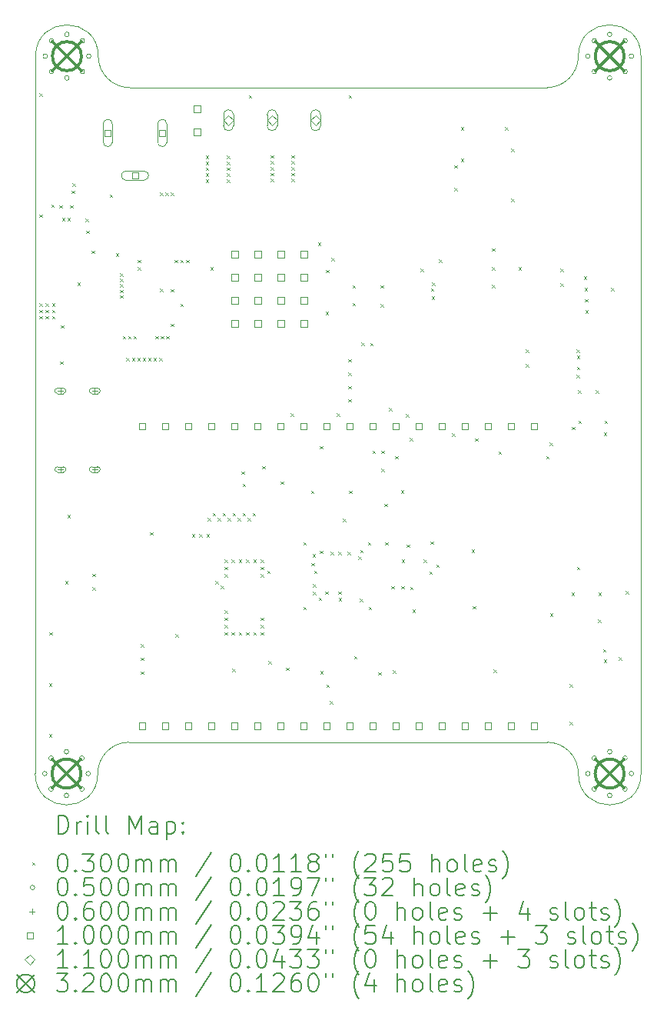
<source format=gbr>
%TF.GenerationSoftware,KiCad,Pcbnew,8.0.3*%
%TF.CreationDate,2024-07-16T23:41:33+08:00*%
%TF.ProjectId,mspm0,6d73706d-302e-46b6-9963-61645f706362,rev?*%
%TF.SameCoordinates,Original*%
%TF.FileFunction,Drillmap*%
%TF.FilePolarity,Positive*%
%FSLAX45Y45*%
G04 Gerber Fmt 4.5, Leading zero omitted, Abs format (unit mm)*
G04 Created by KiCad (PCBNEW 8.0.3) date 2024-07-16 23:41:33*
%MOMM*%
%LPD*%
G01*
G04 APERTURE LIST*
%ADD10C,0.100000*%
%ADD11C,0.200000*%
%ADD12C,0.110000*%
%ADD13C,0.320000*%
G04 APERTURE END LIST*
D10*
X18405000Y-10660000D02*
G75*
G02*
X17715000Y-10660000I-345000J0D01*
G01*
X17715000Y-2765000D02*
G75*
G02*
X18405000Y-2765000I345000J0D01*
G01*
X11735000Y-2765000D02*
G75*
G02*
X12425000Y-2765000I345000J0D01*
G01*
X17715000Y-2765000D02*
G75*
G02*
X17370000Y-3110000I-345000J0D01*
G01*
X12420000Y-10660000D02*
G75*
G02*
X11730000Y-10660000I-345000J0D01*
G01*
X12770000Y-3110000D02*
X17370000Y-3110000D01*
X12420000Y-10660000D02*
G75*
G02*
X12765000Y-10315000I345000J0D01*
G01*
X17370000Y-10315000D02*
G75*
G02*
X17715000Y-10660000I0J-345000D01*
G01*
X18405000Y-2765000D02*
X18405000Y-10660000D01*
X12770000Y-3110000D02*
G75*
G02*
X12425000Y-2765000I0J345000D01*
G01*
X17370000Y-10315000D02*
X12765000Y-10315000D01*
X11735000Y-2765000D02*
X11730000Y-10660000D01*
D11*
D10*
X11775000Y-3175000D02*
X11805000Y-3205000D01*
X11805000Y-3175000D02*
X11775000Y-3205000D01*
X11775000Y-4505000D02*
X11805000Y-4535000D01*
X11805000Y-4505000D02*
X11775000Y-4535000D01*
X11775000Y-5485000D02*
X11805000Y-5515000D01*
X11805000Y-5485000D02*
X11775000Y-5515000D01*
X11775000Y-5555000D02*
X11805000Y-5585000D01*
X11805000Y-5555000D02*
X11775000Y-5585000D01*
X11775000Y-5625000D02*
X11805000Y-5655000D01*
X11805000Y-5625000D02*
X11775000Y-5655000D01*
X11845000Y-5485000D02*
X11875000Y-5515000D01*
X11875000Y-5485000D02*
X11845000Y-5515000D01*
X11845000Y-5555000D02*
X11875000Y-5585000D01*
X11875000Y-5555000D02*
X11845000Y-5585000D01*
X11845000Y-5625000D02*
X11875000Y-5655000D01*
X11875000Y-5625000D02*
X11845000Y-5655000D01*
X11882500Y-9665000D02*
X11912500Y-9695000D01*
X11912500Y-9665000D02*
X11882500Y-9695000D01*
X11882500Y-10225000D02*
X11912500Y-10255000D01*
X11912500Y-10225000D02*
X11882500Y-10255000D01*
X11885000Y-9105000D02*
X11915000Y-9135000D01*
X11915000Y-9105000D02*
X11885000Y-9135000D01*
X11907500Y-4395000D02*
X11937500Y-4425000D01*
X11937500Y-4395000D02*
X11907500Y-4425000D01*
X11915000Y-5485000D02*
X11945000Y-5515000D01*
X11945000Y-5485000D02*
X11915000Y-5515000D01*
X11915000Y-5555000D02*
X11945000Y-5585000D01*
X11945000Y-5555000D02*
X11915000Y-5585000D01*
X11915000Y-5625000D02*
X11945000Y-5655000D01*
X11945000Y-5625000D02*
X11915000Y-5655000D01*
X11995000Y-4405000D02*
X12025000Y-4435000D01*
X12025000Y-4405000D02*
X11995000Y-4435000D01*
X12005000Y-6125000D02*
X12035000Y-6155000D01*
X12035000Y-6125000D02*
X12005000Y-6155000D01*
X12015000Y-5725000D02*
X12045000Y-5755000D01*
X12045000Y-5725000D02*
X12015000Y-5755000D01*
X12025000Y-4545000D02*
X12055000Y-4575000D01*
X12055000Y-4545000D02*
X12025000Y-4575000D01*
X12060240Y-8540000D02*
X12090240Y-8570000D01*
X12090240Y-8540000D02*
X12060240Y-8570000D01*
X12085000Y-4545000D02*
X12115000Y-4575000D01*
X12115000Y-4545000D02*
X12085000Y-4575000D01*
X12085000Y-7815000D02*
X12115000Y-7845000D01*
X12115000Y-7815000D02*
X12085000Y-7845000D01*
X12115000Y-4405000D02*
X12145000Y-4435000D01*
X12145000Y-4405000D02*
X12115000Y-4435000D01*
X12132500Y-4245000D02*
X12162500Y-4275000D01*
X12162500Y-4245000D02*
X12132500Y-4275000D01*
X12142500Y-4165000D02*
X12172500Y-4195000D01*
X12172500Y-4165000D02*
X12142500Y-4195000D01*
X12195000Y-5255000D02*
X12225000Y-5285000D01*
X12225000Y-5255000D02*
X12195000Y-5285000D01*
X12285000Y-4555000D02*
X12315000Y-4585000D01*
X12315000Y-4555000D02*
X12285000Y-4585000D01*
X12295000Y-4685000D02*
X12325000Y-4715000D01*
X12325000Y-4685000D02*
X12295000Y-4715000D01*
X12350000Y-4905000D02*
X12380000Y-4935000D01*
X12380000Y-4905000D02*
X12350000Y-4935000D01*
X12360000Y-8460000D02*
X12390000Y-8490000D01*
X12390000Y-8460000D02*
X12360000Y-8490000D01*
X12360000Y-8610000D02*
X12390000Y-8640000D01*
X12390000Y-8610000D02*
X12360000Y-8640000D01*
X12552500Y-4285000D02*
X12582500Y-4315000D01*
X12582500Y-4285000D02*
X12552500Y-4315000D01*
X12620000Y-4935000D02*
X12650000Y-4965000D01*
X12650000Y-4935000D02*
X12620000Y-4965000D01*
X12665000Y-5155000D02*
X12695000Y-5185000D01*
X12695000Y-5155000D02*
X12665000Y-5185000D01*
X12665000Y-5215000D02*
X12695000Y-5245000D01*
X12695000Y-5215000D02*
X12665000Y-5245000D01*
X12665000Y-5275000D02*
X12695000Y-5305000D01*
X12695000Y-5275000D02*
X12665000Y-5305000D01*
X12665000Y-5335000D02*
X12695000Y-5365000D01*
X12695000Y-5335000D02*
X12665000Y-5365000D01*
X12665000Y-5395000D02*
X12695000Y-5425000D01*
X12695000Y-5395000D02*
X12665000Y-5425000D01*
X12695000Y-5845000D02*
X12725000Y-5875000D01*
X12725000Y-5845000D02*
X12695000Y-5875000D01*
X12735000Y-6085000D02*
X12765000Y-6115000D01*
X12765000Y-6085000D02*
X12735000Y-6115000D01*
X12755000Y-5845000D02*
X12785000Y-5875000D01*
X12785000Y-5845000D02*
X12755000Y-5875000D01*
X12795000Y-6085000D02*
X12825000Y-6115000D01*
X12825000Y-6085000D02*
X12795000Y-6115000D01*
X12815000Y-5845000D02*
X12845000Y-5875000D01*
X12845000Y-5845000D02*
X12815000Y-5875000D01*
X12855000Y-6085000D02*
X12885000Y-6115000D01*
X12885000Y-6085000D02*
X12855000Y-6115000D01*
X12858750Y-5085000D02*
X12888750Y-5115000D01*
X12888750Y-5085000D02*
X12858750Y-5115000D01*
X12860000Y-5005000D02*
X12890000Y-5035000D01*
X12890000Y-5005000D02*
X12860000Y-5035000D01*
X12895000Y-9235000D02*
X12925000Y-9265000D01*
X12925000Y-9235000D02*
X12895000Y-9265000D01*
X12895000Y-9385000D02*
X12925000Y-9415000D01*
X12925000Y-9385000D02*
X12895000Y-9415000D01*
X12895000Y-9535000D02*
X12925000Y-9565000D01*
X12925000Y-9535000D02*
X12895000Y-9565000D01*
X12915000Y-6085000D02*
X12945000Y-6115000D01*
X12945000Y-6085000D02*
X12915000Y-6115000D01*
X12975000Y-6085000D02*
X13005000Y-6115000D01*
X13005000Y-6085000D02*
X12975000Y-6115000D01*
X12995000Y-8005000D02*
X13025000Y-8035000D01*
X13025000Y-8005000D02*
X12995000Y-8035000D01*
X13035000Y-6085000D02*
X13065000Y-6115000D01*
X13065000Y-6085000D02*
X13035000Y-6115000D01*
X13055000Y-5845000D02*
X13085000Y-5875000D01*
X13085000Y-5845000D02*
X13055000Y-5875000D01*
X13095000Y-6085000D02*
X13125000Y-6115000D01*
X13125000Y-6085000D02*
X13095000Y-6115000D01*
X13105000Y-4265000D02*
X13135000Y-4295000D01*
X13135000Y-4265000D02*
X13105000Y-4295000D01*
X13105000Y-5325000D02*
X13135000Y-5355000D01*
X13135000Y-5325000D02*
X13105000Y-5355000D01*
X13115000Y-5845000D02*
X13145000Y-5875000D01*
X13145000Y-5845000D02*
X13115000Y-5875000D01*
X13165000Y-4265000D02*
X13195000Y-4295000D01*
X13195000Y-4265000D02*
X13165000Y-4295000D01*
X13175000Y-5845000D02*
X13205000Y-5875000D01*
X13205000Y-5845000D02*
X13175000Y-5875000D01*
X13225000Y-4265000D02*
X13255000Y-4295000D01*
X13255000Y-4265000D02*
X13225000Y-4295000D01*
X13225000Y-5330000D02*
X13255000Y-5360000D01*
X13255000Y-5330000D02*
X13225000Y-5360000D01*
X13225000Y-5710000D02*
X13255000Y-5740000D01*
X13255000Y-5710000D02*
X13225000Y-5740000D01*
X13265000Y-5005000D02*
X13295000Y-5035000D01*
X13295000Y-5005000D02*
X13265000Y-5035000D01*
X13275000Y-9125000D02*
X13305000Y-9155000D01*
X13305000Y-9125000D02*
X13275000Y-9155000D01*
X13330000Y-5005000D02*
X13360000Y-5035000D01*
X13360000Y-5005000D02*
X13330000Y-5035000D01*
X13330000Y-5490000D02*
X13360000Y-5520000D01*
X13360000Y-5490000D02*
X13330000Y-5520000D01*
X13395000Y-5005000D02*
X13425000Y-5035000D01*
X13425000Y-5005000D02*
X13395000Y-5035000D01*
X13458750Y-8025000D02*
X13488750Y-8055000D01*
X13488750Y-8025000D02*
X13458750Y-8055000D01*
X13538750Y-8025000D02*
X13568750Y-8055000D01*
X13568750Y-8025000D02*
X13538750Y-8055000D01*
X13610000Y-3860000D02*
X13640000Y-3890000D01*
X13640000Y-3860000D02*
X13610000Y-3890000D01*
X13610000Y-3925000D02*
X13640000Y-3955000D01*
X13640000Y-3925000D02*
X13610000Y-3955000D01*
X13610000Y-3990000D02*
X13640000Y-4020000D01*
X13640000Y-3990000D02*
X13610000Y-4020000D01*
X13610000Y-4055000D02*
X13640000Y-4085000D01*
X13640000Y-4055000D02*
X13610000Y-4085000D01*
X13610000Y-4120000D02*
X13640000Y-4150000D01*
X13640000Y-4120000D02*
X13610000Y-4150000D01*
X13618750Y-8025000D02*
X13648750Y-8055000D01*
X13648750Y-8025000D02*
X13618750Y-8055000D01*
X13630000Y-7845000D02*
X13660000Y-7875000D01*
X13660000Y-7845000D02*
X13630000Y-7875000D01*
X13658750Y-5085000D02*
X13688750Y-5115000D01*
X13688750Y-5085000D02*
X13658750Y-5115000D01*
X13685000Y-7790000D02*
X13715000Y-7820000D01*
X13715000Y-7790000D02*
X13685000Y-7820000D01*
X13715000Y-8540000D02*
X13745000Y-8570000D01*
X13745000Y-8540000D02*
X13715000Y-8570000D01*
X13740000Y-7845000D02*
X13770000Y-7875000D01*
X13770000Y-7845000D02*
X13740000Y-7875000D01*
X13773353Y-8592940D02*
X13803353Y-8622940D01*
X13803353Y-8592940D02*
X13773353Y-8622940D01*
X13795000Y-7790000D02*
X13825000Y-7820000D01*
X13825000Y-7790000D02*
X13795000Y-7820000D01*
X13815000Y-8305000D02*
X13845000Y-8335000D01*
X13845000Y-8305000D02*
X13815000Y-8335000D01*
X13815000Y-8385000D02*
X13845000Y-8415000D01*
X13845000Y-8385000D02*
X13815000Y-8415000D01*
X13815000Y-8465000D02*
X13845000Y-8495000D01*
X13845000Y-8465000D02*
X13815000Y-8495000D01*
X13815000Y-8865000D02*
X13845000Y-8895000D01*
X13845000Y-8865000D02*
X13815000Y-8895000D01*
X13815000Y-8945000D02*
X13845000Y-8975000D01*
X13845000Y-8945000D02*
X13815000Y-8975000D01*
X13815000Y-9025000D02*
X13845000Y-9055000D01*
X13845000Y-9025000D02*
X13815000Y-9055000D01*
X13815000Y-9105000D02*
X13845000Y-9135000D01*
X13845000Y-9105000D02*
X13815000Y-9135000D01*
X13840000Y-3860000D02*
X13870000Y-3890000D01*
X13870000Y-3860000D02*
X13840000Y-3890000D01*
X13840000Y-3925000D02*
X13870000Y-3955000D01*
X13870000Y-3925000D02*
X13840000Y-3955000D01*
X13840000Y-3990000D02*
X13870000Y-4020000D01*
X13870000Y-3990000D02*
X13840000Y-4020000D01*
X13840000Y-4055000D02*
X13870000Y-4085000D01*
X13870000Y-4055000D02*
X13840000Y-4085000D01*
X13840000Y-4120000D02*
X13870000Y-4150000D01*
X13870000Y-4120000D02*
X13840000Y-4150000D01*
X13850000Y-7845000D02*
X13880000Y-7875000D01*
X13880000Y-7845000D02*
X13850000Y-7875000D01*
X13895000Y-8305000D02*
X13925000Y-8335000D01*
X13925000Y-8305000D02*
X13895000Y-8335000D01*
X13895000Y-9105000D02*
X13925000Y-9135000D01*
X13925000Y-9105000D02*
X13895000Y-9135000D01*
X13900000Y-9505000D02*
X13930000Y-9535000D01*
X13930000Y-9505000D02*
X13900000Y-9535000D01*
X13905000Y-7790000D02*
X13935000Y-7820000D01*
X13935000Y-7790000D02*
X13905000Y-7820000D01*
X13960000Y-7845000D02*
X13990000Y-7875000D01*
X13990000Y-7845000D02*
X13960000Y-7875000D01*
X13975000Y-8305000D02*
X14005000Y-8335000D01*
X14005000Y-8305000D02*
X13975000Y-8335000D01*
X13975000Y-9105000D02*
X14005000Y-9135000D01*
X14005000Y-9105000D02*
X13975000Y-9135000D01*
X14005000Y-7335000D02*
X14035000Y-7365000D01*
X14035000Y-7335000D02*
X14005000Y-7365000D01*
X14015000Y-7470000D02*
X14045000Y-7500000D01*
X14045000Y-7470000D02*
X14015000Y-7500000D01*
X14015000Y-7790000D02*
X14045000Y-7820000D01*
X14045000Y-7790000D02*
X14015000Y-7820000D01*
X14055000Y-8305000D02*
X14085000Y-8335000D01*
X14085000Y-8305000D02*
X14055000Y-8335000D01*
X14055000Y-9105000D02*
X14085000Y-9135000D01*
X14085000Y-9105000D02*
X14055000Y-9135000D01*
X14070000Y-7845000D02*
X14100000Y-7875000D01*
X14100000Y-7845000D02*
X14070000Y-7875000D01*
X14085000Y-3195000D02*
X14115000Y-3225000D01*
X14115000Y-3195000D02*
X14085000Y-3225000D01*
X14125000Y-7790000D02*
X14155000Y-7820000D01*
X14155000Y-7790000D02*
X14125000Y-7820000D01*
X14135000Y-8305000D02*
X14165000Y-8335000D01*
X14165000Y-8305000D02*
X14135000Y-8335000D01*
X14135000Y-9105000D02*
X14165000Y-9135000D01*
X14165000Y-9105000D02*
X14135000Y-9135000D01*
X14215000Y-8305000D02*
X14245000Y-8335000D01*
X14245000Y-8305000D02*
X14215000Y-8335000D01*
X14215000Y-8385000D02*
X14245000Y-8415000D01*
X14245000Y-8385000D02*
X14215000Y-8415000D01*
X14215000Y-8465000D02*
X14245000Y-8495000D01*
X14245000Y-8465000D02*
X14215000Y-8495000D01*
X14215000Y-8945000D02*
X14245000Y-8975000D01*
X14245000Y-8945000D02*
X14215000Y-8975000D01*
X14215000Y-9025000D02*
X14245000Y-9055000D01*
X14245000Y-9025000D02*
X14215000Y-9055000D01*
X14215000Y-9105000D02*
X14245000Y-9135000D01*
X14245000Y-9105000D02*
X14215000Y-9135000D01*
X14230000Y-7275000D02*
X14260000Y-7305000D01*
X14260000Y-7275000D02*
X14230000Y-7305000D01*
X14285000Y-8425000D02*
X14315000Y-8455000D01*
X14315000Y-8425000D02*
X14285000Y-8455000D01*
X14300000Y-9420000D02*
X14330000Y-9450000D01*
X14330000Y-9420000D02*
X14300000Y-9450000D01*
X14325000Y-3855000D02*
X14355000Y-3885000D01*
X14355000Y-3855000D02*
X14325000Y-3885000D01*
X14325000Y-3920000D02*
X14355000Y-3950000D01*
X14355000Y-3920000D02*
X14325000Y-3950000D01*
X14325000Y-3985000D02*
X14355000Y-4015000D01*
X14355000Y-3985000D02*
X14325000Y-4015000D01*
X14325000Y-4050000D02*
X14355000Y-4080000D01*
X14355000Y-4050000D02*
X14325000Y-4080000D01*
X14325000Y-4115000D02*
X14355000Y-4145000D01*
X14355000Y-4115000D02*
X14325000Y-4145000D01*
X14435000Y-7445000D02*
X14465000Y-7475000D01*
X14465000Y-7445000D02*
X14435000Y-7475000D01*
X14495000Y-9495000D02*
X14525000Y-9525000D01*
X14525000Y-9495000D02*
X14495000Y-9525000D01*
X14544280Y-6695680D02*
X14574280Y-6725680D01*
X14574280Y-6695680D02*
X14544280Y-6725680D01*
X14555000Y-3855000D02*
X14585000Y-3885000D01*
X14585000Y-3855000D02*
X14555000Y-3885000D01*
X14555000Y-3920000D02*
X14585000Y-3950000D01*
X14585000Y-3920000D02*
X14555000Y-3950000D01*
X14555000Y-3985000D02*
X14585000Y-4015000D01*
X14585000Y-3985000D02*
X14555000Y-4015000D01*
X14555000Y-4050000D02*
X14585000Y-4080000D01*
X14585000Y-4050000D02*
X14555000Y-4080000D01*
X14555000Y-4115000D02*
X14585000Y-4145000D01*
X14585000Y-4115000D02*
X14555000Y-4145000D01*
X14685000Y-8115000D02*
X14715000Y-8145000D01*
X14715000Y-8115000D02*
X14685000Y-8145000D01*
X14685000Y-8825000D02*
X14715000Y-8855000D01*
X14715000Y-8825000D02*
X14685000Y-8855000D01*
X14770000Y-7545000D02*
X14800000Y-7575000D01*
X14800000Y-7545000D02*
X14770000Y-7575000D01*
X14774000Y-8344000D02*
X14804000Y-8374000D01*
X14804000Y-8344000D02*
X14774000Y-8374000D01*
X14785000Y-8245000D02*
X14815000Y-8275000D01*
X14815000Y-8245000D02*
X14785000Y-8275000D01*
X14790000Y-8575000D02*
X14820000Y-8605000D01*
X14820000Y-8575000D02*
X14790000Y-8605000D01*
X14790000Y-8660000D02*
X14820000Y-8690000D01*
X14820000Y-8660000D02*
X14790000Y-8690000D01*
X14805000Y-8425000D02*
X14835000Y-8455000D01*
X14835000Y-8425000D02*
X14805000Y-8455000D01*
X14845000Y-4815000D02*
X14875000Y-4845000D01*
X14875000Y-4815000D02*
X14845000Y-4845000D01*
X14855000Y-8725000D02*
X14885000Y-8755000D01*
X14885000Y-8725000D02*
X14855000Y-8755000D01*
X14865000Y-8205000D02*
X14895000Y-8235000D01*
X14895000Y-8205000D02*
X14865000Y-8235000D01*
X14866860Y-7056360D02*
X14896860Y-7086360D01*
X14896860Y-7056360D02*
X14866860Y-7086360D01*
X14870000Y-9530000D02*
X14900000Y-9560000D01*
X14900000Y-9530000D02*
X14870000Y-9560000D01*
X14925000Y-8655000D02*
X14955000Y-8685000D01*
X14955000Y-8655000D02*
X14925000Y-8685000D01*
X14930000Y-5580000D02*
X14960000Y-5610000D01*
X14960000Y-5580000D02*
X14930000Y-5610000D01*
X14935000Y-5115000D02*
X14965000Y-5145000D01*
X14965000Y-5115000D02*
X14935000Y-5145000D01*
X14940000Y-9680000D02*
X14970000Y-9710000D01*
X14970000Y-9680000D02*
X14940000Y-9710000D01*
X14975000Y-9860000D02*
X15005000Y-9890000D01*
X15005000Y-9860000D02*
X14975000Y-9890000D01*
X14985000Y-8220000D02*
X15015000Y-8250000D01*
X15015000Y-8220000D02*
X14985000Y-8250000D01*
X14995000Y-4985000D02*
X15025000Y-5015000D01*
X15025000Y-4985000D02*
X14995000Y-5015000D01*
X15054820Y-6695680D02*
X15084820Y-6725680D01*
X15084820Y-6695680D02*
X15054820Y-6725680D01*
X15070000Y-8220000D02*
X15100000Y-8250000D01*
X15100000Y-8220000D02*
X15070000Y-8250000D01*
X15070000Y-8655000D02*
X15100000Y-8685000D01*
X15100000Y-8655000D02*
X15070000Y-8685000D01*
X15073904Y-8725964D02*
X15103904Y-8755964D01*
X15103904Y-8725964D02*
X15073904Y-8755964D01*
X15120000Y-7855000D02*
X15150000Y-7885000D01*
X15150000Y-7855000D02*
X15120000Y-7885000D01*
X15170000Y-8220000D02*
X15200000Y-8250000D01*
X15200000Y-8220000D02*
X15170000Y-8250000D01*
X15181820Y-6098780D02*
X15211820Y-6128780D01*
X15211820Y-6098780D02*
X15181820Y-6128780D01*
X15181820Y-6246100D02*
X15211820Y-6276100D01*
X15211820Y-6246100D02*
X15181820Y-6276100D01*
X15181820Y-6393420D02*
X15211820Y-6423420D01*
X15211820Y-6393420D02*
X15181820Y-6423420D01*
X15181820Y-6540740D02*
X15211820Y-6570740D01*
X15211820Y-6540740D02*
X15181820Y-6570740D01*
X15185000Y-3195000D02*
X15215000Y-3225000D01*
X15215000Y-3195000D02*
X15185000Y-3225000D01*
X15190000Y-7545000D02*
X15220000Y-7575000D01*
X15220000Y-7545000D02*
X15190000Y-7575000D01*
X15225000Y-5285000D02*
X15255000Y-5315000D01*
X15255000Y-5285000D02*
X15225000Y-5315000D01*
X15225000Y-5480000D02*
X15255000Y-5510000D01*
X15255000Y-5480000D02*
X15225000Y-5510000D01*
X15245000Y-9365000D02*
X15275000Y-9395000D01*
X15275000Y-9365000D02*
X15245000Y-9395000D01*
X15287940Y-8270000D02*
X15317940Y-8300000D01*
X15317940Y-8270000D02*
X15287940Y-8300000D01*
X15305000Y-8735000D02*
X15335000Y-8765000D01*
X15335000Y-8735000D02*
X15305000Y-8765000D01*
X15310000Y-8200000D02*
X15340000Y-8230000D01*
X15340000Y-8200000D02*
X15310000Y-8230000D01*
X15325000Y-5915000D02*
X15355000Y-5945000D01*
X15355000Y-5915000D02*
X15325000Y-5945000D01*
X15395000Y-8115000D02*
X15425000Y-8145000D01*
X15425000Y-8115000D02*
X15395000Y-8145000D01*
X15405000Y-8825000D02*
X15435000Y-8855000D01*
X15435000Y-8825000D02*
X15405000Y-8855000D01*
X15420398Y-5920000D02*
X15450398Y-5950000D01*
X15450398Y-5920000D02*
X15420398Y-5950000D01*
X15445000Y-7105000D02*
X15475000Y-7135000D01*
X15475000Y-7105000D02*
X15445000Y-7135000D01*
X15510000Y-9545000D02*
X15540000Y-9575000D01*
X15540000Y-9545000D02*
X15510000Y-9575000D01*
X15535000Y-5285000D02*
X15565000Y-5315000D01*
X15565000Y-5285000D02*
X15535000Y-5315000D01*
X15535000Y-5491940D02*
X15565000Y-5521940D01*
X15565000Y-5491940D02*
X15535000Y-5521940D01*
X15545000Y-7105000D02*
X15575000Y-7135000D01*
X15575000Y-7105000D02*
X15545000Y-7135000D01*
X15545000Y-7305000D02*
X15575000Y-7335000D01*
X15575000Y-7305000D02*
X15545000Y-7335000D01*
X15580000Y-7690000D02*
X15610000Y-7720000D01*
X15610000Y-7690000D02*
X15580000Y-7720000D01*
X15585000Y-8115000D02*
X15615000Y-8145000D01*
X15615000Y-8115000D02*
X15585000Y-8145000D01*
X15630000Y-6635000D02*
X15660000Y-6665000D01*
X15660000Y-6635000D02*
X15630000Y-6665000D01*
X15656000Y-8596940D02*
X15686000Y-8626940D01*
X15686000Y-8596940D02*
X15656000Y-8626940D01*
X15670000Y-9525000D02*
X15700000Y-9555000D01*
X15700000Y-9525000D02*
X15670000Y-9555000D01*
X15695000Y-7165000D02*
X15725000Y-7195000D01*
X15725000Y-7165000D02*
X15695000Y-7195000D01*
X15761310Y-7540000D02*
X15791310Y-7570000D01*
X15791310Y-7540000D02*
X15761310Y-7570000D01*
X15765000Y-8596940D02*
X15795000Y-8626940D01*
X15795000Y-8596940D02*
X15765000Y-8626940D01*
X15770000Y-8305000D02*
X15800000Y-8335000D01*
X15800000Y-8305000D02*
X15770000Y-8335000D01*
X15815000Y-6705000D02*
X15845000Y-6735000D01*
X15845000Y-6705000D02*
X15815000Y-6735000D01*
X15825000Y-8140000D02*
X15855000Y-8170000D01*
X15855000Y-8140000D02*
X15825000Y-8170000D01*
X15855000Y-6965000D02*
X15885000Y-6995000D01*
X15885000Y-6965000D02*
X15855000Y-6995000D01*
X15860000Y-8605000D02*
X15890000Y-8635000D01*
X15890000Y-8605000D02*
X15860000Y-8635000D01*
X15885000Y-8855000D02*
X15915000Y-8885000D01*
X15915000Y-8855000D02*
X15885000Y-8885000D01*
X15975000Y-5105000D02*
X16005000Y-5135000D01*
X16005000Y-5105000D02*
X15975000Y-5135000D01*
X16010800Y-8305000D02*
X16040800Y-8335000D01*
X16040800Y-8305000D02*
X16010800Y-8335000D01*
X16075000Y-8435000D02*
X16105000Y-8465000D01*
X16105000Y-8435000D02*
X16075000Y-8465000D01*
X16085000Y-8105000D02*
X16115000Y-8135000D01*
X16115000Y-8105000D02*
X16085000Y-8135000D01*
X16090000Y-5320000D02*
X16120000Y-5350000D01*
X16120000Y-5320000D02*
X16090000Y-5350000D01*
X16100000Y-5410000D02*
X16130000Y-5440000D01*
X16130000Y-5410000D02*
X16100000Y-5440000D01*
X16100725Y-5255647D02*
X16130725Y-5285647D01*
X16130725Y-5255647D02*
X16100725Y-5285647D01*
X16150000Y-8360000D02*
X16180000Y-8390000D01*
X16180000Y-8360000D02*
X16150000Y-8390000D01*
X16177060Y-5000640D02*
X16207060Y-5030640D01*
X16207060Y-5000640D02*
X16177060Y-5030640D01*
X16325000Y-6915000D02*
X16355000Y-6945000D01*
X16355000Y-6915000D02*
X16325000Y-6945000D01*
X16350000Y-4215000D02*
X16380000Y-4245000D01*
X16380000Y-4215000D02*
X16350000Y-4245000D01*
X16350050Y-3964950D02*
X16380050Y-3994950D01*
X16380050Y-3964950D02*
X16350050Y-3994950D01*
X16420000Y-3545000D02*
X16450000Y-3575000D01*
X16450000Y-3545000D02*
X16420000Y-3575000D01*
X16420000Y-3895000D02*
X16450000Y-3925000D01*
X16450000Y-3895000D02*
X16420000Y-3925000D01*
X16540000Y-8195000D02*
X16570000Y-8225000D01*
X16570000Y-8195000D02*
X16540000Y-8225000D01*
X16550000Y-8815000D02*
X16580000Y-8845000D01*
X16580000Y-8815000D02*
X16550000Y-8845000D01*
X16575000Y-6970000D02*
X16605000Y-7000000D01*
X16605000Y-6970000D02*
X16575000Y-7000000D01*
X16765000Y-4880000D02*
X16795000Y-4910000D01*
X16795000Y-4880000D02*
X16765000Y-4910000D01*
X16765000Y-5085000D02*
X16795000Y-5115000D01*
X16795000Y-5085000D02*
X16765000Y-5115000D01*
X16765000Y-5280000D02*
X16795000Y-5310000D01*
X16795000Y-5280000D02*
X16765000Y-5310000D01*
X16780000Y-9515000D02*
X16810000Y-9545000D01*
X16810000Y-9515000D02*
X16780000Y-9545000D01*
X16835000Y-7115000D02*
X16865000Y-7145000D01*
X16865000Y-7115000D02*
X16835000Y-7145000D01*
X16905000Y-3545000D02*
X16935000Y-3575000D01*
X16935000Y-3545000D02*
X16905000Y-3575000D01*
X16975000Y-3785000D02*
X17005000Y-3815000D01*
X17005000Y-3785000D02*
X16975000Y-3815000D01*
X16975000Y-4335000D02*
X17005000Y-4365000D01*
X17005000Y-4335000D02*
X16975000Y-4365000D01*
X17055000Y-5085000D02*
X17085000Y-5115000D01*
X17085000Y-5085000D02*
X17055000Y-5115000D01*
X17135000Y-5995000D02*
X17165000Y-6025000D01*
X17165000Y-5995000D02*
X17135000Y-6025000D01*
X17135000Y-6155000D02*
X17165000Y-6185000D01*
X17165000Y-6155000D02*
X17135000Y-6185000D01*
X17360000Y-7165000D02*
X17390000Y-7195000D01*
X17390000Y-7165000D02*
X17360000Y-7195000D01*
X17400000Y-7015000D02*
X17430000Y-7045000D01*
X17430000Y-7015000D02*
X17400000Y-7045000D01*
X17400500Y-8894500D02*
X17430500Y-8924500D01*
X17430500Y-8894500D02*
X17400500Y-8924500D01*
X17515000Y-5105000D02*
X17545000Y-5135000D01*
X17545000Y-5105000D02*
X17515000Y-5135000D01*
X17515000Y-5265000D02*
X17545000Y-5295000D01*
X17545000Y-5265000D02*
X17515000Y-5295000D01*
X17617000Y-9675000D02*
X17647000Y-9705000D01*
X17647000Y-9675000D02*
X17617000Y-9705000D01*
X17620000Y-10092000D02*
X17650000Y-10122000D01*
X17650000Y-10092000D02*
X17620000Y-10122000D01*
X17640000Y-8670000D02*
X17670000Y-8700000D01*
X17670000Y-8670000D02*
X17640000Y-8700000D01*
X17645000Y-6845000D02*
X17675000Y-6875000D01*
X17675000Y-6845000D02*
X17645000Y-6875000D01*
X17695000Y-5995000D02*
X17725000Y-6025000D01*
X17725000Y-5995000D02*
X17695000Y-6025000D01*
X17695000Y-6270000D02*
X17725000Y-6300000D01*
X17725000Y-6270000D02*
X17695000Y-6300000D01*
X17697500Y-6182500D02*
X17727500Y-6212500D01*
X17727500Y-6182500D02*
X17697500Y-6212500D01*
X17697608Y-6060188D02*
X17727608Y-6090188D01*
X17727608Y-6060188D02*
X17697608Y-6090188D01*
X17700000Y-8385000D02*
X17730000Y-8415000D01*
X17730000Y-8385000D02*
X17700000Y-8415000D01*
X17710000Y-6440000D02*
X17740000Y-6470000D01*
X17740000Y-6440000D02*
X17710000Y-6470000D01*
X17715000Y-6775000D02*
X17745000Y-6805000D01*
X17745000Y-6775000D02*
X17715000Y-6805000D01*
X17775000Y-5190000D02*
X17805000Y-5220000D01*
X17805000Y-5190000D02*
X17775000Y-5220000D01*
X17785000Y-5315000D02*
X17815000Y-5345000D01*
X17815000Y-5315000D02*
X17785000Y-5345000D01*
X17787500Y-5437500D02*
X17817500Y-5467500D01*
X17817500Y-5437500D02*
X17787500Y-5467500D01*
X17790000Y-5560000D02*
X17820000Y-5590000D01*
X17820000Y-5560000D02*
X17790000Y-5590000D01*
X17905000Y-6440000D02*
X17935000Y-6470000D01*
X17935000Y-6440000D02*
X17905000Y-6470000D01*
X17930840Y-8964160D02*
X17960840Y-8994160D01*
X17960840Y-8964160D02*
X17930840Y-8994160D01*
X17935000Y-8670000D02*
X17965000Y-8700000D01*
X17965000Y-8670000D02*
X17935000Y-8700000D01*
X17985000Y-9290000D02*
X18015000Y-9320000D01*
X18015000Y-9290000D02*
X17985000Y-9320000D01*
X17995000Y-6905000D02*
X18025000Y-6935000D01*
X18025000Y-6905000D02*
X17995000Y-6935000D01*
X17995000Y-9405000D02*
X18025000Y-9435000D01*
X18025000Y-9405000D02*
X17995000Y-9435000D01*
X18005000Y-6775000D02*
X18035000Y-6805000D01*
X18035000Y-6775000D02*
X18005000Y-6805000D01*
X18075000Y-5315000D02*
X18105000Y-5345000D01*
X18105000Y-5315000D02*
X18075000Y-5345000D01*
X18160000Y-9381520D02*
X18190000Y-9411520D01*
X18190000Y-9381520D02*
X18160000Y-9411520D01*
X18235000Y-8650000D02*
X18265000Y-8680000D01*
X18265000Y-8650000D02*
X18235000Y-8680000D01*
X11860000Y-10660000D02*
G75*
G02*
X11810000Y-10660000I-25000J0D01*
G01*
X11810000Y-10660000D02*
G75*
G02*
X11860000Y-10660000I25000J0D01*
G01*
X11865000Y-2765000D02*
G75*
G02*
X11815000Y-2765000I-25000J0D01*
G01*
X11815000Y-2765000D02*
G75*
G02*
X11865000Y-2765000I25000J0D01*
G01*
X11930294Y-10490294D02*
G75*
G02*
X11880294Y-10490294I-25000J0D01*
G01*
X11880294Y-10490294D02*
G75*
G02*
X11930294Y-10490294I25000J0D01*
G01*
X11930294Y-10829706D02*
G75*
G02*
X11880294Y-10829706I-25000J0D01*
G01*
X11880294Y-10829706D02*
G75*
G02*
X11930294Y-10829706I25000J0D01*
G01*
X11935294Y-2595294D02*
G75*
G02*
X11885294Y-2595294I-25000J0D01*
G01*
X11885294Y-2595294D02*
G75*
G02*
X11935294Y-2595294I25000J0D01*
G01*
X11935294Y-2934706D02*
G75*
G02*
X11885294Y-2934706I-25000J0D01*
G01*
X11885294Y-2934706D02*
G75*
G02*
X11935294Y-2934706I25000J0D01*
G01*
X12100000Y-10420000D02*
G75*
G02*
X12050000Y-10420000I-25000J0D01*
G01*
X12050000Y-10420000D02*
G75*
G02*
X12100000Y-10420000I25000J0D01*
G01*
X12100000Y-10900000D02*
G75*
G02*
X12050000Y-10900000I-25000J0D01*
G01*
X12050000Y-10900000D02*
G75*
G02*
X12100000Y-10900000I25000J0D01*
G01*
X12105000Y-2525000D02*
G75*
G02*
X12055000Y-2525000I-25000J0D01*
G01*
X12055000Y-2525000D02*
G75*
G02*
X12105000Y-2525000I25000J0D01*
G01*
X12105000Y-3005000D02*
G75*
G02*
X12055000Y-3005000I-25000J0D01*
G01*
X12055000Y-3005000D02*
G75*
G02*
X12105000Y-3005000I25000J0D01*
G01*
X12269706Y-10490294D02*
G75*
G02*
X12219706Y-10490294I-25000J0D01*
G01*
X12219706Y-10490294D02*
G75*
G02*
X12269706Y-10490294I25000J0D01*
G01*
X12269706Y-10829706D02*
G75*
G02*
X12219706Y-10829706I-25000J0D01*
G01*
X12219706Y-10829706D02*
G75*
G02*
X12269706Y-10829706I25000J0D01*
G01*
X12274706Y-2595294D02*
G75*
G02*
X12224706Y-2595294I-25000J0D01*
G01*
X12224706Y-2595294D02*
G75*
G02*
X12274706Y-2595294I25000J0D01*
G01*
X12274706Y-2934706D02*
G75*
G02*
X12224706Y-2934706I-25000J0D01*
G01*
X12224706Y-2934706D02*
G75*
G02*
X12274706Y-2934706I25000J0D01*
G01*
X12340000Y-10660000D02*
G75*
G02*
X12290000Y-10660000I-25000J0D01*
G01*
X12290000Y-10660000D02*
G75*
G02*
X12340000Y-10660000I25000J0D01*
G01*
X12345000Y-2765000D02*
G75*
G02*
X12295000Y-2765000I-25000J0D01*
G01*
X12295000Y-2765000D02*
G75*
G02*
X12345000Y-2765000I25000J0D01*
G01*
X17845000Y-2765000D02*
G75*
G02*
X17795000Y-2765000I-25000J0D01*
G01*
X17795000Y-2765000D02*
G75*
G02*
X17845000Y-2765000I25000J0D01*
G01*
X17845000Y-10660000D02*
G75*
G02*
X17795000Y-10660000I-25000J0D01*
G01*
X17795000Y-10660000D02*
G75*
G02*
X17845000Y-10660000I25000J0D01*
G01*
X17915294Y-2595294D02*
G75*
G02*
X17865294Y-2595294I-25000J0D01*
G01*
X17865294Y-2595294D02*
G75*
G02*
X17915294Y-2595294I25000J0D01*
G01*
X17915294Y-2934706D02*
G75*
G02*
X17865294Y-2934706I-25000J0D01*
G01*
X17865294Y-2934706D02*
G75*
G02*
X17915294Y-2934706I25000J0D01*
G01*
X17915294Y-10490294D02*
G75*
G02*
X17865294Y-10490294I-25000J0D01*
G01*
X17865294Y-10490294D02*
G75*
G02*
X17915294Y-10490294I25000J0D01*
G01*
X17915294Y-10829706D02*
G75*
G02*
X17865294Y-10829706I-25000J0D01*
G01*
X17865294Y-10829706D02*
G75*
G02*
X17915294Y-10829706I25000J0D01*
G01*
X18085000Y-2525000D02*
G75*
G02*
X18035000Y-2525000I-25000J0D01*
G01*
X18035000Y-2525000D02*
G75*
G02*
X18085000Y-2525000I25000J0D01*
G01*
X18085000Y-3005000D02*
G75*
G02*
X18035000Y-3005000I-25000J0D01*
G01*
X18035000Y-3005000D02*
G75*
G02*
X18085000Y-3005000I25000J0D01*
G01*
X18085000Y-10420000D02*
G75*
G02*
X18035000Y-10420000I-25000J0D01*
G01*
X18035000Y-10420000D02*
G75*
G02*
X18085000Y-10420000I25000J0D01*
G01*
X18085000Y-10900000D02*
G75*
G02*
X18035000Y-10900000I-25000J0D01*
G01*
X18035000Y-10900000D02*
G75*
G02*
X18085000Y-10900000I25000J0D01*
G01*
X18254706Y-2595294D02*
G75*
G02*
X18204706Y-2595294I-25000J0D01*
G01*
X18204706Y-2595294D02*
G75*
G02*
X18254706Y-2595294I25000J0D01*
G01*
X18254706Y-2934706D02*
G75*
G02*
X18204706Y-2934706I-25000J0D01*
G01*
X18204706Y-2934706D02*
G75*
G02*
X18254706Y-2934706I25000J0D01*
G01*
X18254706Y-10490294D02*
G75*
G02*
X18204706Y-10490294I-25000J0D01*
G01*
X18204706Y-10490294D02*
G75*
G02*
X18254706Y-10490294I25000J0D01*
G01*
X18254706Y-10829706D02*
G75*
G02*
X18204706Y-10829706I-25000J0D01*
G01*
X18204706Y-10829706D02*
G75*
G02*
X18254706Y-10829706I25000J0D01*
G01*
X18325000Y-2765000D02*
G75*
G02*
X18275000Y-2765000I-25000J0D01*
G01*
X18275000Y-2765000D02*
G75*
G02*
X18325000Y-2765000I25000J0D01*
G01*
X18325000Y-10660000D02*
G75*
G02*
X18275000Y-10660000I-25000J0D01*
G01*
X18275000Y-10660000D02*
G75*
G02*
X18325000Y-10660000I25000J0D01*
G01*
X12007500Y-6418000D02*
X12007500Y-6478000D01*
X11977500Y-6448000D02*
X12037500Y-6448000D01*
X12037500Y-6418000D02*
X11977500Y-6418000D01*
X11977500Y-6478000D02*
G75*
G02*
X11977500Y-6418000I0J30000D01*
G01*
X11977500Y-6478000D02*
X12037500Y-6478000D01*
X12037500Y-6478000D02*
G75*
G03*
X12037500Y-6418000I0J30000D01*
G01*
X12007500Y-7282000D02*
X12007500Y-7342000D01*
X11977500Y-7312000D02*
X12037500Y-7312000D01*
X12037500Y-7282000D02*
X11977500Y-7282000D01*
X11977500Y-7342000D02*
G75*
G02*
X11977500Y-7282000I0J30000D01*
G01*
X11977500Y-7342000D02*
X12037500Y-7342000D01*
X12037500Y-7342000D02*
G75*
G03*
X12037500Y-7282000I0J30000D01*
G01*
X12387500Y-6418000D02*
X12387500Y-6478000D01*
X12357500Y-6448000D02*
X12417500Y-6448000D01*
X12417500Y-6418000D02*
X12357500Y-6418000D01*
X12357500Y-6478000D02*
G75*
G02*
X12357500Y-6418000I0J30000D01*
G01*
X12357500Y-6478000D02*
X12417500Y-6478000D01*
X12417500Y-6478000D02*
G75*
G03*
X12417500Y-6418000I0J30000D01*
G01*
X12387500Y-7282000D02*
X12387500Y-7342000D01*
X12357500Y-7312000D02*
X12417500Y-7312000D01*
X12417500Y-7282000D02*
X12357500Y-7282000D01*
X12357500Y-7342000D02*
G75*
G02*
X12357500Y-7282000I0J30000D01*
G01*
X12357500Y-7342000D02*
X12417500Y-7342000D01*
X12417500Y-7342000D02*
G75*
G03*
X12417500Y-7282000I0J30000D01*
G01*
X12565356Y-3645356D02*
X12565356Y-3574644D01*
X12494644Y-3574644D01*
X12494644Y-3645356D01*
X12565356Y-3645356D01*
X12480000Y-3510000D02*
X12480000Y-3710000D01*
X12580000Y-3710000D02*
G75*
G02*
X12480000Y-3710000I-50000J0D01*
G01*
X12580000Y-3710000D02*
X12580000Y-3510000D01*
X12580000Y-3510000D02*
G75*
G03*
X12480000Y-3510000I-50000J0D01*
G01*
X12865356Y-4115356D02*
X12865356Y-4044644D01*
X12794644Y-4044644D01*
X12794644Y-4115356D01*
X12865356Y-4115356D01*
X12730000Y-4130000D02*
X12930000Y-4130000D01*
X12930000Y-4030000D02*
G75*
G02*
X12930000Y-4130000I0J-50000D01*
G01*
X12930000Y-4030000D02*
X12730000Y-4030000D01*
X12730000Y-4030000D02*
G75*
G03*
X12730000Y-4130000I0J-50000D01*
G01*
X12945356Y-6870356D02*
X12945356Y-6799644D01*
X12874644Y-6799644D01*
X12874644Y-6870356D01*
X12945356Y-6870356D01*
X12945356Y-10170356D02*
X12945356Y-10099644D01*
X12874644Y-10099644D01*
X12874644Y-10170356D01*
X12945356Y-10170356D01*
X13165356Y-3645356D02*
X13165356Y-3574644D01*
X13094644Y-3574644D01*
X13094644Y-3645356D01*
X13165356Y-3645356D01*
X13080000Y-3510000D02*
X13080000Y-3710000D01*
X13180000Y-3710000D02*
G75*
G02*
X13080000Y-3710000I-50000J0D01*
G01*
X13180000Y-3710000D02*
X13180000Y-3510000D01*
X13180000Y-3510000D02*
G75*
G03*
X13080000Y-3510000I-50000J0D01*
G01*
X13199356Y-6870356D02*
X13199356Y-6799644D01*
X13128644Y-6799644D01*
X13128644Y-6870356D01*
X13199356Y-6870356D01*
X13199356Y-10170356D02*
X13199356Y-10099644D01*
X13128644Y-10099644D01*
X13128644Y-10170356D01*
X13199356Y-10170356D01*
X13453356Y-6870356D02*
X13453356Y-6799644D01*
X13382644Y-6799644D01*
X13382644Y-6870356D01*
X13453356Y-6870356D01*
X13453356Y-10170356D02*
X13453356Y-10099644D01*
X13382644Y-10099644D01*
X13382644Y-10170356D01*
X13453356Y-10170356D01*
X13550356Y-3378856D02*
X13550356Y-3308144D01*
X13479644Y-3308144D01*
X13479644Y-3378856D01*
X13550356Y-3378856D01*
X13550356Y-3632856D02*
X13550356Y-3562144D01*
X13479644Y-3562144D01*
X13479644Y-3632856D01*
X13550356Y-3632856D01*
X13707356Y-6870356D02*
X13707356Y-6799644D01*
X13636644Y-6799644D01*
X13636644Y-6870356D01*
X13707356Y-6870356D01*
X13707356Y-10170356D02*
X13707356Y-10099644D01*
X13636644Y-10099644D01*
X13636644Y-10170356D01*
X13707356Y-10170356D01*
X13961356Y-6870356D02*
X13961356Y-6799644D01*
X13890644Y-6799644D01*
X13890644Y-6870356D01*
X13961356Y-6870356D01*
X13961356Y-10170356D02*
X13961356Y-10099644D01*
X13890644Y-10099644D01*
X13890644Y-10170356D01*
X13961356Y-10170356D01*
X13965356Y-4981356D02*
X13965356Y-4910644D01*
X13894644Y-4910644D01*
X13894644Y-4981356D01*
X13965356Y-4981356D01*
X13965356Y-5235356D02*
X13965356Y-5164644D01*
X13894644Y-5164644D01*
X13894644Y-5235356D01*
X13965356Y-5235356D01*
X13965356Y-5489356D02*
X13965356Y-5418644D01*
X13894644Y-5418644D01*
X13894644Y-5489356D01*
X13965356Y-5489356D01*
X13965356Y-5743356D02*
X13965356Y-5672644D01*
X13894644Y-5672644D01*
X13894644Y-5743356D01*
X13965356Y-5743356D01*
X14215356Y-6870356D02*
X14215356Y-6799644D01*
X14144644Y-6799644D01*
X14144644Y-6870356D01*
X14215356Y-6870356D01*
X14215356Y-10170356D02*
X14215356Y-10099644D01*
X14144644Y-10099644D01*
X14144644Y-10170356D01*
X14215356Y-10170356D01*
X14219356Y-4981356D02*
X14219356Y-4910644D01*
X14148644Y-4910644D01*
X14148644Y-4981356D01*
X14219356Y-4981356D01*
X14219356Y-5235356D02*
X14219356Y-5164644D01*
X14148644Y-5164644D01*
X14148644Y-5235356D01*
X14219356Y-5235356D01*
X14219356Y-5489356D02*
X14219356Y-5418644D01*
X14148644Y-5418644D01*
X14148644Y-5489356D01*
X14219356Y-5489356D01*
X14219356Y-5743356D02*
X14219356Y-5672644D01*
X14148644Y-5672644D01*
X14148644Y-5743356D01*
X14219356Y-5743356D01*
X14469356Y-6870356D02*
X14469356Y-6799644D01*
X14398644Y-6799644D01*
X14398644Y-6870356D01*
X14469356Y-6870356D01*
X14469356Y-10170356D02*
X14469356Y-10099644D01*
X14398644Y-10099644D01*
X14398644Y-10170356D01*
X14469356Y-10170356D01*
X14473356Y-4981356D02*
X14473356Y-4910644D01*
X14402644Y-4910644D01*
X14402644Y-4981356D01*
X14473356Y-4981356D01*
X14473356Y-5235356D02*
X14473356Y-5164644D01*
X14402644Y-5164644D01*
X14402644Y-5235356D01*
X14473356Y-5235356D01*
X14473356Y-5489356D02*
X14473356Y-5418644D01*
X14402644Y-5418644D01*
X14402644Y-5489356D01*
X14473356Y-5489356D01*
X14473356Y-5743356D02*
X14473356Y-5672644D01*
X14402644Y-5672644D01*
X14402644Y-5743356D01*
X14473356Y-5743356D01*
X14723356Y-6870356D02*
X14723356Y-6799644D01*
X14652644Y-6799644D01*
X14652644Y-6870356D01*
X14723356Y-6870356D01*
X14723356Y-10170356D02*
X14723356Y-10099644D01*
X14652644Y-10099644D01*
X14652644Y-10170356D01*
X14723356Y-10170356D01*
X14727356Y-4981356D02*
X14727356Y-4910644D01*
X14656644Y-4910644D01*
X14656644Y-4981356D01*
X14727356Y-4981356D01*
X14727356Y-5235356D02*
X14727356Y-5164644D01*
X14656644Y-5164644D01*
X14656644Y-5235356D01*
X14727356Y-5235356D01*
X14727356Y-5489356D02*
X14727356Y-5418644D01*
X14656644Y-5418644D01*
X14656644Y-5489356D01*
X14727356Y-5489356D01*
X14727356Y-5743356D02*
X14727356Y-5672644D01*
X14656644Y-5672644D01*
X14656644Y-5743356D01*
X14727356Y-5743356D01*
X14977356Y-6870356D02*
X14977356Y-6799644D01*
X14906644Y-6799644D01*
X14906644Y-6870356D01*
X14977356Y-6870356D01*
X14977356Y-10170356D02*
X14977356Y-10099644D01*
X14906644Y-10099644D01*
X14906644Y-10170356D01*
X14977356Y-10170356D01*
X15231356Y-6870356D02*
X15231356Y-6799644D01*
X15160644Y-6799644D01*
X15160644Y-6870356D01*
X15231356Y-6870356D01*
X15231356Y-10170356D02*
X15231356Y-10099644D01*
X15160644Y-10099644D01*
X15160644Y-10170356D01*
X15231356Y-10170356D01*
X15485356Y-6870356D02*
X15485356Y-6799644D01*
X15414644Y-6799644D01*
X15414644Y-6870356D01*
X15485356Y-6870356D01*
X15485356Y-10170356D02*
X15485356Y-10099644D01*
X15414644Y-10099644D01*
X15414644Y-10170356D01*
X15485356Y-10170356D01*
X15739356Y-6870356D02*
X15739356Y-6799644D01*
X15668644Y-6799644D01*
X15668644Y-6870356D01*
X15739356Y-6870356D01*
X15739356Y-10170356D02*
X15739356Y-10099644D01*
X15668644Y-10099644D01*
X15668644Y-10170356D01*
X15739356Y-10170356D01*
X15993356Y-6870356D02*
X15993356Y-6799644D01*
X15922644Y-6799644D01*
X15922644Y-6870356D01*
X15993356Y-6870356D01*
X15993356Y-10170356D02*
X15993356Y-10099644D01*
X15922644Y-10099644D01*
X15922644Y-10170356D01*
X15993356Y-10170356D01*
X16247356Y-6870356D02*
X16247356Y-6799644D01*
X16176644Y-6799644D01*
X16176644Y-6870356D01*
X16247356Y-6870356D01*
X16247356Y-10170356D02*
X16247356Y-10099644D01*
X16176644Y-10099644D01*
X16176644Y-10170356D01*
X16247356Y-10170356D01*
X16501356Y-6870356D02*
X16501356Y-6799644D01*
X16430644Y-6799644D01*
X16430644Y-6870356D01*
X16501356Y-6870356D01*
X16501356Y-10170356D02*
X16501356Y-10099644D01*
X16430644Y-10099644D01*
X16430644Y-10170356D01*
X16501356Y-10170356D01*
X16755356Y-6870356D02*
X16755356Y-6799644D01*
X16684644Y-6799644D01*
X16684644Y-6870356D01*
X16755356Y-6870356D01*
X16755356Y-10170356D02*
X16755356Y-10099644D01*
X16684644Y-10099644D01*
X16684644Y-10170356D01*
X16755356Y-10170356D01*
X17009356Y-6870356D02*
X17009356Y-6799644D01*
X16938644Y-6799644D01*
X16938644Y-6870356D01*
X17009356Y-6870356D01*
X17009356Y-10170356D02*
X17009356Y-10099644D01*
X16938644Y-10099644D01*
X16938644Y-10170356D01*
X17009356Y-10170356D01*
X17263356Y-6870356D02*
X17263356Y-6799644D01*
X17192644Y-6799644D01*
X17192644Y-6870356D01*
X17263356Y-6870356D01*
X17263356Y-10170356D02*
X17263356Y-10099644D01*
X17192644Y-10099644D01*
X17192644Y-10170356D01*
X17263356Y-10170356D01*
D12*
X13860000Y-3525000D02*
X13915000Y-3470000D01*
X13860000Y-3415000D01*
X13805000Y-3470000D01*
X13860000Y-3525000D01*
D10*
X13805000Y-3410000D02*
X13805000Y-3530000D01*
X13915000Y-3530000D02*
G75*
G02*
X13805000Y-3530000I-55000J0D01*
G01*
X13915000Y-3530000D02*
X13915000Y-3410000D01*
X13915000Y-3410000D02*
G75*
G03*
X13805000Y-3410000I-55000J0D01*
G01*
D12*
X14340000Y-3525000D02*
X14395000Y-3470000D01*
X14340000Y-3415000D01*
X14285000Y-3470000D01*
X14340000Y-3525000D01*
D10*
X14285000Y-3410000D02*
X14285000Y-3530000D01*
X14395000Y-3530000D02*
G75*
G02*
X14285000Y-3530000I-55000J0D01*
G01*
X14395000Y-3530000D02*
X14395000Y-3410000D01*
X14395000Y-3410000D02*
G75*
G03*
X14285000Y-3410000I-55000J0D01*
G01*
D12*
X14820000Y-3525000D02*
X14875000Y-3470000D01*
X14820000Y-3415000D01*
X14765000Y-3470000D01*
X14820000Y-3525000D01*
D10*
X14765000Y-3410000D02*
X14765000Y-3530000D01*
X14875000Y-3530000D02*
G75*
G02*
X14765000Y-3530000I-55000J0D01*
G01*
X14875000Y-3530000D02*
X14875000Y-3410000D01*
X14875000Y-3410000D02*
G75*
G03*
X14765000Y-3410000I-55000J0D01*
G01*
D13*
X11915000Y-10500000D02*
X12235000Y-10820000D01*
X12235000Y-10500000D02*
X11915000Y-10820000D01*
X12235000Y-10660000D02*
G75*
G02*
X11915000Y-10660000I-160000J0D01*
G01*
X11915000Y-10660000D02*
G75*
G02*
X12235000Y-10660000I160000J0D01*
G01*
X11920000Y-2605000D02*
X12240000Y-2925000D01*
X12240000Y-2605000D02*
X11920000Y-2925000D01*
X12240000Y-2765000D02*
G75*
G02*
X11920000Y-2765000I-160000J0D01*
G01*
X11920000Y-2765000D02*
G75*
G02*
X12240000Y-2765000I160000J0D01*
G01*
X17900000Y-2605000D02*
X18220000Y-2925000D01*
X18220000Y-2605000D02*
X17900000Y-2925000D01*
X18220000Y-2765000D02*
G75*
G02*
X17900000Y-2765000I-160000J0D01*
G01*
X17900000Y-2765000D02*
G75*
G02*
X18220000Y-2765000I160000J0D01*
G01*
X17900000Y-10500000D02*
X18220000Y-10820000D01*
X18220000Y-10500000D02*
X17900000Y-10820000D01*
X18220000Y-10660000D02*
G75*
G02*
X17900000Y-10660000I-160000J0D01*
G01*
X17900000Y-10660000D02*
G75*
G02*
X18220000Y-10660000I160000J0D01*
G01*
D11*
X11985777Y-11321484D02*
X11985777Y-11121484D01*
X11985777Y-11121484D02*
X12033396Y-11121484D01*
X12033396Y-11121484D02*
X12061967Y-11131008D01*
X12061967Y-11131008D02*
X12081015Y-11150055D01*
X12081015Y-11150055D02*
X12090539Y-11169103D01*
X12090539Y-11169103D02*
X12100062Y-11207198D01*
X12100062Y-11207198D02*
X12100062Y-11235769D01*
X12100062Y-11235769D02*
X12090539Y-11273865D01*
X12090539Y-11273865D02*
X12081015Y-11292912D01*
X12081015Y-11292912D02*
X12061967Y-11311960D01*
X12061967Y-11311960D02*
X12033396Y-11321484D01*
X12033396Y-11321484D02*
X11985777Y-11321484D01*
X12185777Y-11321484D02*
X12185777Y-11188150D01*
X12185777Y-11226246D02*
X12195301Y-11207198D01*
X12195301Y-11207198D02*
X12204824Y-11197674D01*
X12204824Y-11197674D02*
X12223872Y-11188150D01*
X12223872Y-11188150D02*
X12242920Y-11188150D01*
X12309586Y-11321484D02*
X12309586Y-11188150D01*
X12309586Y-11121484D02*
X12300062Y-11131008D01*
X12300062Y-11131008D02*
X12309586Y-11140531D01*
X12309586Y-11140531D02*
X12319110Y-11131008D01*
X12319110Y-11131008D02*
X12309586Y-11121484D01*
X12309586Y-11121484D02*
X12309586Y-11140531D01*
X12433396Y-11321484D02*
X12414348Y-11311960D01*
X12414348Y-11311960D02*
X12404824Y-11292912D01*
X12404824Y-11292912D02*
X12404824Y-11121484D01*
X12538158Y-11321484D02*
X12519110Y-11311960D01*
X12519110Y-11311960D02*
X12509586Y-11292912D01*
X12509586Y-11292912D02*
X12509586Y-11121484D01*
X12766729Y-11321484D02*
X12766729Y-11121484D01*
X12766729Y-11121484D02*
X12833396Y-11264341D01*
X12833396Y-11264341D02*
X12900062Y-11121484D01*
X12900062Y-11121484D02*
X12900062Y-11321484D01*
X13081015Y-11321484D02*
X13081015Y-11216722D01*
X13081015Y-11216722D02*
X13071491Y-11197674D01*
X13071491Y-11197674D02*
X13052443Y-11188150D01*
X13052443Y-11188150D02*
X13014348Y-11188150D01*
X13014348Y-11188150D02*
X12995301Y-11197674D01*
X13081015Y-11311960D02*
X13061967Y-11321484D01*
X13061967Y-11321484D02*
X13014348Y-11321484D01*
X13014348Y-11321484D02*
X12995301Y-11311960D01*
X12995301Y-11311960D02*
X12985777Y-11292912D01*
X12985777Y-11292912D02*
X12985777Y-11273865D01*
X12985777Y-11273865D02*
X12995301Y-11254817D01*
X12995301Y-11254817D02*
X13014348Y-11245293D01*
X13014348Y-11245293D02*
X13061967Y-11245293D01*
X13061967Y-11245293D02*
X13081015Y-11235769D01*
X13176253Y-11188150D02*
X13176253Y-11388150D01*
X13176253Y-11197674D02*
X13195301Y-11188150D01*
X13195301Y-11188150D02*
X13233396Y-11188150D01*
X13233396Y-11188150D02*
X13252443Y-11197674D01*
X13252443Y-11197674D02*
X13261967Y-11207198D01*
X13261967Y-11207198D02*
X13271491Y-11226246D01*
X13271491Y-11226246D02*
X13271491Y-11283388D01*
X13271491Y-11283388D02*
X13261967Y-11302436D01*
X13261967Y-11302436D02*
X13252443Y-11311960D01*
X13252443Y-11311960D02*
X13233396Y-11321484D01*
X13233396Y-11321484D02*
X13195301Y-11321484D01*
X13195301Y-11321484D02*
X13176253Y-11311960D01*
X13357205Y-11302436D02*
X13366729Y-11311960D01*
X13366729Y-11311960D02*
X13357205Y-11321484D01*
X13357205Y-11321484D02*
X13347682Y-11311960D01*
X13347682Y-11311960D02*
X13357205Y-11302436D01*
X13357205Y-11302436D02*
X13357205Y-11321484D01*
X13357205Y-11197674D02*
X13366729Y-11207198D01*
X13366729Y-11207198D02*
X13357205Y-11216722D01*
X13357205Y-11216722D02*
X13347682Y-11207198D01*
X13347682Y-11207198D02*
X13357205Y-11197674D01*
X13357205Y-11197674D02*
X13357205Y-11216722D01*
D10*
X11695000Y-11635000D02*
X11725000Y-11665000D01*
X11725000Y-11635000D02*
X11695000Y-11665000D01*
D11*
X12023872Y-11541484D02*
X12042920Y-11541484D01*
X12042920Y-11541484D02*
X12061967Y-11551008D01*
X12061967Y-11551008D02*
X12071491Y-11560531D01*
X12071491Y-11560531D02*
X12081015Y-11579579D01*
X12081015Y-11579579D02*
X12090539Y-11617674D01*
X12090539Y-11617674D02*
X12090539Y-11665293D01*
X12090539Y-11665293D02*
X12081015Y-11703388D01*
X12081015Y-11703388D02*
X12071491Y-11722436D01*
X12071491Y-11722436D02*
X12061967Y-11731960D01*
X12061967Y-11731960D02*
X12042920Y-11741484D01*
X12042920Y-11741484D02*
X12023872Y-11741484D01*
X12023872Y-11741484D02*
X12004824Y-11731960D01*
X12004824Y-11731960D02*
X11995301Y-11722436D01*
X11995301Y-11722436D02*
X11985777Y-11703388D01*
X11985777Y-11703388D02*
X11976253Y-11665293D01*
X11976253Y-11665293D02*
X11976253Y-11617674D01*
X11976253Y-11617674D02*
X11985777Y-11579579D01*
X11985777Y-11579579D02*
X11995301Y-11560531D01*
X11995301Y-11560531D02*
X12004824Y-11551008D01*
X12004824Y-11551008D02*
X12023872Y-11541484D01*
X12176253Y-11722436D02*
X12185777Y-11731960D01*
X12185777Y-11731960D02*
X12176253Y-11741484D01*
X12176253Y-11741484D02*
X12166729Y-11731960D01*
X12166729Y-11731960D02*
X12176253Y-11722436D01*
X12176253Y-11722436D02*
X12176253Y-11741484D01*
X12252443Y-11541484D02*
X12376253Y-11541484D01*
X12376253Y-11541484D02*
X12309586Y-11617674D01*
X12309586Y-11617674D02*
X12338158Y-11617674D01*
X12338158Y-11617674D02*
X12357205Y-11627198D01*
X12357205Y-11627198D02*
X12366729Y-11636722D01*
X12366729Y-11636722D02*
X12376253Y-11655769D01*
X12376253Y-11655769D02*
X12376253Y-11703388D01*
X12376253Y-11703388D02*
X12366729Y-11722436D01*
X12366729Y-11722436D02*
X12357205Y-11731960D01*
X12357205Y-11731960D02*
X12338158Y-11741484D01*
X12338158Y-11741484D02*
X12281015Y-11741484D01*
X12281015Y-11741484D02*
X12261967Y-11731960D01*
X12261967Y-11731960D02*
X12252443Y-11722436D01*
X12500062Y-11541484D02*
X12519110Y-11541484D01*
X12519110Y-11541484D02*
X12538158Y-11551008D01*
X12538158Y-11551008D02*
X12547682Y-11560531D01*
X12547682Y-11560531D02*
X12557205Y-11579579D01*
X12557205Y-11579579D02*
X12566729Y-11617674D01*
X12566729Y-11617674D02*
X12566729Y-11665293D01*
X12566729Y-11665293D02*
X12557205Y-11703388D01*
X12557205Y-11703388D02*
X12547682Y-11722436D01*
X12547682Y-11722436D02*
X12538158Y-11731960D01*
X12538158Y-11731960D02*
X12519110Y-11741484D01*
X12519110Y-11741484D02*
X12500062Y-11741484D01*
X12500062Y-11741484D02*
X12481015Y-11731960D01*
X12481015Y-11731960D02*
X12471491Y-11722436D01*
X12471491Y-11722436D02*
X12461967Y-11703388D01*
X12461967Y-11703388D02*
X12452443Y-11665293D01*
X12452443Y-11665293D02*
X12452443Y-11617674D01*
X12452443Y-11617674D02*
X12461967Y-11579579D01*
X12461967Y-11579579D02*
X12471491Y-11560531D01*
X12471491Y-11560531D02*
X12481015Y-11551008D01*
X12481015Y-11551008D02*
X12500062Y-11541484D01*
X12690539Y-11541484D02*
X12709586Y-11541484D01*
X12709586Y-11541484D02*
X12728634Y-11551008D01*
X12728634Y-11551008D02*
X12738158Y-11560531D01*
X12738158Y-11560531D02*
X12747682Y-11579579D01*
X12747682Y-11579579D02*
X12757205Y-11617674D01*
X12757205Y-11617674D02*
X12757205Y-11665293D01*
X12757205Y-11665293D02*
X12747682Y-11703388D01*
X12747682Y-11703388D02*
X12738158Y-11722436D01*
X12738158Y-11722436D02*
X12728634Y-11731960D01*
X12728634Y-11731960D02*
X12709586Y-11741484D01*
X12709586Y-11741484D02*
X12690539Y-11741484D01*
X12690539Y-11741484D02*
X12671491Y-11731960D01*
X12671491Y-11731960D02*
X12661967Y-11722436D01*
X12661967Y-11722436D02*
X12652443Y-11703388D01*
X12652443Y-11703388D02*
X12642920Y-11665293D01*
X12642920Y-11665293D02*
X12642920Y-11617674D01*
X12642920Y-11617674D02*
X12652443Y-11579579D01*
X12652443Y-11579579D02*
X12661967Y-11560531D01*
X12661967Y-11560531D02*
X12671491Y-11551008D01*
X12671491Y-11551008D02*
X12690539Y-11541484D01*
X12842920Y-11741484D02*
X12842920Y-11608150D01*
X12842920Y-11627198D02*
X12852443Y-11617674D01*
X12852443Y-11617674D02*
X12871491Y-11608150D01*
X12871491Y-11608150D02*
X12900063Y-11608150D01*
X12900063Y-11608150D02*
X12919110Y-11617674D01*
X12919110Y-11617674D02*
X12928634Y-11636722D01*
X12928634Y-11636722D02*
X12928634Y-11741484D01*
X12928634Y-11636722D02*
X12938158Y-11617674D01*
X12938158Y-11617674D02*
X12957205Y-11608150D01*
X12957205Y-11608150D02*
X12985777Y-11608150D01*
X12985777Y-11608150D02*
X13004824Y-11617674D01*
X13004824Y-11617674D02*
X13014348Y-11636722D01*
X13014348Y-11636722D02*
X13014348Y-11741484D01*
X13109586Y-11741484D02*
X13109586Y-11608150D01*
X13109586Y-11627198D02*
X13119110Y-11617674D01*
X13119110Y-11617674D02*
X13138158Y-11608150D01*
X13138158Y-11608150D02*
X13166729Y-11608150D01*
X13166729Y-11608150D02*
X13185777Y-11617674D01*
X13185777Y-11617674D02*
X13195301Y-11636722D01*
X13195301Y-11636722D02*
X13195301Y-11741484D01*
X13195301Y-11636722D02*
X13204824Y-11617674D01*
X13204824Y-11617674D02*
X13223872Y-11608150D01*
X13223872Y-11608150D02*
X13252443Y-11608150D01*
X13252443Y-11608150D02*
X13271491Y-11617674D01*
X13271491Y-11617674D02*
X13281015Y-11636722D01*
X13281015Y-11636722D02*
X13281015Y-11741484D01*
X13671491Y-11531960D02*
X13500063Y-11789103D01*
X13928634Y-11541484D02*
X13947682Y-11541484D01*
X13947682Y-11541484D02*
X13966729Y-11551008D01*
X13966729Y-11551008D02*
X13976253Y-11560531D01*
X13976253Y-11560531D02*
X13985777Y-11579579D01*
X13985777Y-11579579D02*
X13995301Y-11617674D01*
X13995301Y-11617674D02*
X13995301Y-11665293D01*
X13995301Y-11665293D02*
X13985777Y-11703388D01*
X13985777Y-11703388D02*
X13976253Y-11722436D01*
X13976253Y-11722436D02*
X13966729Y-11731960D01*
X13966729Y-11731960D02*
X13947682Y-11741484D01*
X13947682Y-11741484D02*
X13928634Y-11741484D01*
X13928634Y-11741484D02*
X13909586Y-11731960D01*
X13909586Y-11731960D02*
X13900063Y-11722436D01*
X13900063Y-11722436D02*
X13890539Y-11703388D01*
X13890539Y-11703388D02*
X13881015Y-11665293D01*
X13881015Y-11665293D02*
X13881015Y-11617674D01*
X13881015Y-11617674D02*
X13890539Y-11579579D01*
X13890539Y-11579579D02*
X13900063Y-11560531D01*
X13900063Y-11560531D02*
X13909586Y-11551008D01*
X13909586Y-11551008D02*
X13928634Y-11541484D01*
X14081015Y-11722436D02*
X14090539Y-11731960D01*
X14090539Y-11731960D02*
X14081015Y-11741484D01*
X14081015Y-11741484D02*
X14071491Y-11731960D01*
X14071491Y-11731960D02*
X14081015Y-11722436D01*
X14081015Y-11722436D02*
X14081015Y-11741484D01*
X14214348Y-11541484D02*
X14233396Y-11541484D01*
X14233396Y-11541484D02*
X14252444Y-11551008D01*
X14252444Y-11551008D02*
X14261967Y-11560531D01*
X14261967Y-11560531D02*
X14271491Y-11579579D01*
X14271491Y-11579579D02*
X14281015Y-11617674D01*
X14281015Y-11617674D02*
X14281015Y-11665293D01*
X14281015Y-11665293D02*
X14271491Y-11703388D01*
X14271491Y-11703388D02*
X14261967Y-11722436D01*
X14261967Y-11722436D02*
X14252444Y-11731960D01*
X14252444Y-11731960D02*
X14233396Y-11741484D01*
X14233396Y-11741484D02*
X14214348Y-11741484D01*
X14214348Y-11741484D02*
X14195301Y-11731960D01*
X14195301Y-11731960D02*
X14185777Y-11722436D01*
X14185777Y-11722436D02*
X14176253Y-11703388D01*
X14176253Y-11703388D02*
X14166729Y-11665293D01*
X14166729Y-11665293D02*
X14166729Y-11617674D01*
X14166729Y-11617674D02*
X14176253Y-11579579D01*
X14176253Y-11579579D02*
X14185777Y-11560531D01*
X14185777Y-11560531D02*
X14195301Y-11551008D01*
X14195301Y-11551008D02*
X14214348Y-11541484D01*
X14471491Y-11741484D02*
X14357206Y-11741484D01*
X14414348Y-11741484D02*
X14414348Y-11541484D01*
X14414348Y-11541484D02*
X14395301Y-11570055D01*
X14395301Y-11570055D02*
X14376253Y-11589103D01*
X14376253Y-11589103D02*
X14357206Y-11598627D01*
X14661967Y-11741484D02*
X14547682Y-11741484D01*
X14604825Y-11741484D02*
X14604825Y-11541484D01*
X14604825Y-11541484D02*
X14585777Y-11570055D01*
X14585777Y-11570055D02*
X14566729Y-11589103D01*
X14566729Y-11589103D02*
X14547682Y-11598627D01*
X14776253Y-11627198D02*
X14757206Y-11617674D01*
X14757206Y-11617674D02*
X14747682Y-11608150D01*
X14747682Y-11608150D02*
X14738158Y-11589103D01*
X14738158Y-11589103D02*
X14738158Y-11579579D01*
X14738158Y-11579579D02*
X14747682Y-11560531D01*
X14747682Y-11560531D02*
X14757206Y-11551008D01*
X14757206Y-11551008D02*
X14776253Y-11541484D01*
X14776253Y-11541484D02*
X14814348Y-11541484D01*
X14814348Y-11541484D02*
X14833396Y-11551008D01*
X14833396Y-11551008D02*
X14842920Y-11560531D01*
X14842920Y-11560531D02*
X14852444Y-11579579D01*
X14852444Y-11579579D02*
X14852444Y-11589103D01*
X14852444Y-11589103D02*
X14842920Y-11608150D01*
X14842920Y-11608150D02*
X14833396Y-11617674D01*
X14833396Y-11617674D02*
X14814348Y-11627198D01*
X14814348Y-11627198D02*
X14776253Y-11627198D01*
X14776253Y-11627198D02*
X14757206Y-11636722D01*
X14757206Y-11636722D02*
X14747682Y-11646246D01*
X14747682Y-11646246D02*
X14738158Y-11665293D01*
X14738158Y-11665293D02*
X14738158Y-11703388D01*
X14738158Y-11703388D02*
X14747682Y-11722436D01*
X14747682Y-11722436D02*
X14757206Y-11731960D01*
X14757206Y-11731960D02*
X14776253Y-11741484D01*
X14776253Y-11741484D02*
X14814348Y-11741484D01*
X14814348Y-11741484D02*
X14833396Y-11731960D01*
X14833396Y-11731960D02*
X14842920Y-11722436D01*
X14842920Y-11722436D02*
X14852444Y-11703388D01*
X14852444Y-11703388D02*
X14852444Y-11665293D01*
X14852444Y-11665293D02*
X14842920Y-11646246D01*
X14842920Y-11646246D02*
X14833396Y-11636722D01*
X14833396Y-11636722D02*
X14814348Y-11627198D01*
X14928634Y-11541484D02*
X14928634Y-11579579D01*
X15004825Y-11541484D02*
X15004825Y-11579579D01*
X15300063Y-11817674D02*
X15290539Y-11808150D01*
X15290539Y-11808150D02*
X15271491Y-11779579D01*
X15271491Y-11779579D02*
X15261968Y-11760531D01*
X15261968Y-11760531D02*
X15252444Y-11731960D01*
X15252444Y-11731960D02*
X15242920Y-11684341D01*
X15242920Y-11684341D02*
X15242920Y-11646246D01*
X15242920Y-11646246D02*
X15252444Y-11598627D01*
X15252444Y-11598627D02*
X15261968Y-11570055D01*
X15261968Y-11570055D02*
X15271491Y-11551008D01*
X15271491Y-11551008D02*
X15290539Y-11522436D01*
X15290539Y-11522436D02*
X15300063Y-11512912D01*
X15366729Y-11560531D02*
X15376253Y-11551008D01*
X15376253Y-11551008D02*
X15395301Y-11541484D01*
X15395301Y-11541484D02*
X15442920Y-11541484D01*
X15442920Y-11541484D02*
X15461968Y-11551008D01*
X15461968Y-11551008D02*
X15471491Y-11560531D01*
X15471491Y-11560531D02*
X15481015Y-11579579D01*
X15481015Y-11579579D02*
X15481015Y-11598627D01*
X15481015Y-11598627D02*
X15471491Y-11627198D01*
X15471491Y-11627198D02*
X15357206Y-11741484D01*
X15357206Y-11741484D02*
X15481015Y-11741484D01*
X15661968Y-11541484D02*
X15566729Y-11541484D01*
X15566729Y-11541484D02*
X15557206Y-11636722D01*
X15557206Y-11636722D02*
X15566729Y-11627198D01*
X15566729Y-11627198D02*
X15585777Y-11617674D01*
X15585777Y-11617674D02*
X15633396Y-11617674D01*
X15633396Y-11617674D02*
X15652444Y-11627198D01*
X15652444Y-11627198D02*
X15661968Y-11636722D01*
X15661968Y-11636722D02*
X15671491Y-11655769D01*
X15671491Y-11655769D02*
X15671491Y-11703388D01*
X15671491Y-11703388D02*
X15661968Y-11722436D01*
X15661968Y-11722436D02*
X15652444Y-11731960D01*
X15652444Y-11731960D02*
X15633396Y-11741484D01*
X15633396Y-11741484D02*
X15585777Y-11741484D01*
X15585777Y-11741484D02*
X15566729Y-11731960D01*
X15566729Y-11731960D02*
X15557206Y-11722436D01*
X15852444Y-11541484D02*
X15757206Y-11541484D01*
X15757206Y-11541484D02*
X15747682Y-11636722D01*
X15747682Y-11636722D02*
X15757206Y-11627198D01*
X15757206Y-11627198D02*
X15776253Y-11617674D01*
X15776253Y-11617674D02*
X15823872Y-11617674D01*
X15823872Y-11617674D02*
X15842920Y-11627198D01*
X15842920Y-11627198D02*
X15852444Y-11636722D01*
X15852444Y-11636722D02*
X15861968Y-11655769D01*
X15861968Y-11655769D02*
X15861968Y-11703388D01*
X15861968Y-11703388D02*
X15852444Y-11722436D01*
X15852444Y-11722436D02*
X15842920Y-11731960D01*
X15842920Y-11731960D02*
X15823872Y-11741484D01*
X15823872Y-11741484D02*
X15776253Y-11741484D01*
X15776253Y-11741484D02*
X15757206Y-11731960D01*
X15757206Y-11731960D02*
X15747682Y-11722436D01*
X16100063Y-11741484D02*
X16100063Y-11541484D01*
X16185777Y-11741484D02*
X16185777Y-11636722D01*
X16185777Y-11636722D02*
X16176253Y-11617674D01*
X16176253Y-11617674D02*
X16157206Y-11608150D01*
X16157206Y-11608150D02*
X16128634Y-11608150D01*
X16128634Y-11608150D02*
X16109587Y-11617674D01*
X16109587Y-11617674D02*
X16100063Y-11627198D01*
X16309587Y-11741484D02*
X16290539Y-11731960D01*
X16290539Y-11731960D02*
X16281015Y-11722436D01*
X16281015Y-11722436D02*
X16271491Y-11703388D01*
X16271491Y-11703388D02*
X16271491Y-11646246D01*
X16271491Y-11646246D02*
X16281015Y-11627198D01*
X16281015Y-11627198D02*
X16290539Y-11617674D01*
X16290539Y-11617674D02*
X16309587Y-11608150D01*
X16309587Y-11608150D02*
X16338158Y-11608150D01*
X16338158Y-11608150D02*
X16357206Y-11617674D01*
X16357206Y-11617674D02*
X16366730Y-11627198D01*
X16366730Y-11627198D02*
X16376253Y-11646246D01*
X16376253Y-11646246D02*
X16376253Y-11703388D01*
X16376253Y-11703388D02*
X16366730Y-11722436D01*
X16366730Y-11722436D02*
X16357206Y-11731960D01*
X16357206Y-11731960D02*
X16338158Y-11741484D01*
X16338158Y-11741484D02*
X16309587Y-11741484D01*
X16490539Y-11741484D02*
X16471491Y-11731960D01*
X16471491Y-11731960D02*
X16461968Y-11712912D01*
X16461968Y-11712912D02*
X16461968Y-11541484D01*
X16642920Y-11731960D02*
X16623872Y-11741484D01*
X16623872Y-11741484D02*
X16585777Y-11741484D01*
X16585777Y-11741484D02*
X16566730Y-11731960D01*
X16566730Y-11731960D02*
X16557206Y-11712912D01*
X16557206Y-11712912D02*
X16557206Y-11636722D01*
X16557206Y-11636722D02*
X16566730Y-11617674D01*
X16566730Y-11617674D02*
X16585777Y-11608150D01*
X16585777Y-11608150D02*
X16623872Y-11608150D01*
X16623872Y-11608150D02*
X16642920Y-11617674D01*
X16642920Y-11617674D02*
X16652444Y-11636722D01*
X16652444Y-11636722D02*
X16652444Y-11655769D01*
X16652444Y-11655769D02*
X16557206Y-11674817D01*
X16728634Y-11731960D02*
X16747682Y-11741484D01*
X16747682Y-11741484D02*
X16785777Y-11741484D01*
X16785777Y-11741484D02*
X16804825Y-11731960D01*
X16804825Y-11731960D02*
X16814349Y-11712912D01*
X16814349Y-11712912D02*
X16814349Y-11703388D01*
X16814349Y-11703388D02*
X16804825Y-11684341D01*
X16804825Y-11684341D02*
X16785777Y-11674817D01*
X16785777Y-11674817D02*
X16757206Y-11674817D01*
X16757206Y-11674817D02*
X16738158Y-11665293D01*
X16738158Y-11665293D02*
X16728634Y-11646246D01*
X16728634Y-11646246D02*
X16728634Y-11636722D01*
X16728634Y-11636722D02*
X16738158Y-11617674D01*
X16738158Y-11617674D02*
X16757206Y-11608150D01*
X16757206Y-11608150D02*
X16785777Y-11608150D01*
X16785777Y-11608150D02*
X16804825Y-11617674D01*
X16881015Y-11817674D02*
X16890539Y-11808150D01*
X16890539Y-11808150D02*
X16909587Y-11779579D01*
X16909587Y-11779579D02*
X16919111Y-11760531D01*
X16919111Y-11760531D02*
X16928634Y-11731960D01*
X16928634Y-11731960D02*
X16938158Y-11684341D01*
X16938158Y-11684341D02*
X16938158Y-11646246D01*
X16938158Y-11646246D02*
X16928634Y-11598627D01*
X16928634Y-11598627D02*
X16919111Y-11570055D01*
X16919111Y-11570055D02*
X16909587Y-11551008D01*
X16909587Y-11551008D02*
X16890539Y-11522436D01*
X16890539Y-11522436D02*
X16881015Y-11512912D01*
D10*
X11725000Y-11914000D02*
G75*
G02*
X11675000Y-11914000I-25000J0D01*
G01*
X11675000Y-11914000D02*
G75*
G02*
X11725000Y-11914000I25000J0D01*
G01*
D11*
X12023872Y-11805484D02*
X12042920Y-11805484D01*
X12042920Y-11805484D02*
X12061967Y-11815008D01*
X12061967Y-11815008D02*
X12071491Y-11824531D01*
X12071491Y-11824531D02*
X12081015Y-11843579D01*
X12081015Y-11843579D02*
X12090539Y-11881674D01*
X12090539Y-11881674D02*
X12090539Y-11929293D01*
X12090539Y-11929293D02*
X12081015Y-11967388D01*
X12081015Y-11967388D02*
X12071491Y-11986436D01*
X12071491Y-11986436D02*
X12061967Y-11995960D01*
X12061967Y-11995960D02*
X12042920Y-12005484D01*
X12042920Y-12005484D02*
X12023872Y-12005484D01*
X12023872Y-12005484D02*
X12004824Y-11995960D01*
X12004824Y-11995960D02*
X11995301Y-11986436D01*
X11995301Y-11986436D02*
X11985777Y-11967388D01*
X11985777Y-11967388D02*
X11976253Y-11929293D01*
X11976253Y-11929293D02*
X11976253Y-11881674D01*
X11976253Y-11881674D02*
X11985777Y-11843579D01*
X11985777Y-11843579D02*
X11995301Y-11824531D01*
X11995301Y-11824531D02*
X12004824Y-11815008D01*
X12004824Y-11815008D02*
X12023872Y-11805484D01*
X12176253Y-11986436D02*
X12185777Y-11995960D01*
X12185777Y-11995960D02*
X12176253Y-12005484D01*
X12176253Y-12005484D02*
X12166729Y-11995960D01*
X12166729Y-11995960D02*
X12176253Y-11986436D01*
X12176253Y-11986436D02*
X12176253Y-12005484D01*
X12366729Y-11805484D02*
X12271491Y-11805484D01*
X12271491Y-11805484D02*
X12261967Y-11900722D01*
X12261967Y-11900722D02*
X12271491Y-11891198D01*
X12271491Y-11891198D02*
X12290539Y-11881674D01*
X12290539Y-11881674D02*
X12338158Y-11881674D01*
X12338158Y-11881674D02*
X12357205Y-11891198D01*
X12357205Y-11891198D02*
X12366729Y-11900722D01*
X12366729Y-11900722D02*
X12376253Y-11919769D01*
X12376253Y-11919769D02*
X12376253Y-11967388D01*
X12376253Y-11967388D02*
X12366729Y-11986436D01*
X12366729Y-11986436D02*
X12357205Y-11995960D01*
X12357205Y-11995960D02*
X12338158Y-12005484D01*
X12338158Y-12005484D02*
X12290539Y-12005484D01*
X12290539Y-12005484D02*
X12271491Y-11995960D01*
X12271491Y-11995960D02*
X12261967Y-11986436D01*
X12500062Y-11805484D02*
X12519110Y-11805484D01*
X12519110Y-11805484D02*
X12538158Y-11815008D01*
X12538158Y-11815008D02*
X12547682Y-11824531D01*
X12547682Y-11824531D02*
X12557205Y-11843579D01*
X12557205Y-11843579D02*
X12566729Y-11881674D01*
X12566729Y-11881674D02*
X12566729Y-11929293D01*
X12566729Y-11929293D02*
X12557205Y-11967388D01*
X12557205Y-11967388D02*
X12547682Y-11986436D01*
X12547682Y-11986436D02*
X12538158Y-11995960D01*
X12538158Y-11995960D02*
X12519110Y-12005484D01*
X12519110Y-12005484D02*
X12500062Y-12005484D01*
X12500062Y-12005484D02*
X12481015Y-11995960D01*
X12481015Y-11995960D02*
X12471491Y-11986436D01*
X12471491Y-11986436D02*
X12461967Y-11967388D01*
X12461967Y-11967388D02*
X12452443Y-11929293D01*
X12452443Y-11929293D02*
X12452443Y-11881674D01*
X12452443Y-11881674D02*
X12461967Y-11843579D01*
X12461967Y-11843579D02*
X12471491Y-11824531D01*
X12471491Y-11824531D02*
X12481015Y-11815008D01*
X12481015Y-11815008D02*
X12500062Y-11805484D01*
X12690539Y-11805484D02*
X12709586Y-11805484D01*
X12709586Y-11805484D02*
X12728634Y-11815008D01*
X12728634Y-11815008D02*
X12738158Y-11824531D01*
X12738158Y-11824531D02*
X12747682Y-11843579D01*
X12747682Y-11843579D02*
X12757205Y-11881674D01*
X12757205Y-11881674D02*
X12757205Y-11929293D01*
X12757205Y-11929293D02*
X12747682Y-11967388D01*
X12747682Y-11967388D02*
X12738158Y-11986436D01*
X12738158Y-11986436D02*
X12728634Y-11995960D01*
X12728634Y-11995960D02*
X12709586Y-12005484D01*
X12709586Y-12005484D02*
X12690539Y-12005484D01*
X12690539Y-12005484D02*
X12671491Y-11995960D01*
X12671491Y-11995960D02*
X12661967Y-11986436D01*
X12661967Y-11986436D02*
X12652443Y-11967388D01*
X12652443Y-11967388D02*
X12642920Y-11929293D01*
X12642920Y-11929293D02*
X12642920Y-11881674D01*
X12642920Y-11881674D02*
X12652443Y-11843579D01*
X12652443Y-11843579D02*
X12661967Y-11824531D01*
X12661967Y-11824531D02*
X12671491Y-11815008D01*
X12671491Y-11815008D02*
X12690539Y-11805484D01*
X12842920Y-12005484D02*
X12842920Y-11872150D01*
X12842920Y-11891198D02*
X12852443Y-11881674D01*
X12852443Y-11881674D02*
X12871491Y-11872150D01*
X12871491Y-11872150D02*
X12900063Y-11872150D01*
X12900063Y-11872150D02*
X12919110Y-11881674D01*
X12919110Y-11881674D02*
X12928634Y-11900722D01*
X12928634Y-11900722D02*
X12928634Y-12005484D01*
X12928634Y-11900722D02*
X12938158Y-11881674D01*
X12938158Y-11881674D02*
X12957205Y-11872150D01*
X12957205Y-11872150D02*
X12985777Y-11872150D01*
X12985777Y-11872150D02*
X13004824Y-11881674D01*
X13004824Y-11881674D02*
X13014348Y-11900722D01*
X13014348Y-11900722D02*
X13014348Y-12005484D01*
X13109586Y-12005484D02*
X13109586Y-11872150D01*
X13109586Y-11891198D02*
X13119110Y-11881674D01*
X13119110Y-11881674D02*
X13138158Y-11872150D01*
X13138158Y-11872150D02*
X13166729Y-11872150D01*
X13166729Y-11872150D02*
X13185777Y-11881674D01*
X13185777Y-11881674D02*
X13195301Y-11900722D01*
X13195301Y-11900722D02*
X13195301Y-12005484D01*
X13195301Y-11900722D02*
X13204824Y-11881674D01*
X13204824Y-11881674D02*
X13223872Y-11872150D01*
X13223872Y-11872150D02*
X13252443Y-11872150D01*
X13252443Y-11872150D02*
X13271491Y-11881674D01*
X13271491Y-11881674D02*
X13281015Y-11900722D01*
X13281015Y-11900722D02*
X13281015Y-12005484D01*
X13671491Y-11795960D02*
X13500063Y-12053103D01*
X13928634Y-11805484D02*
X13947682Y-11805484D01*
X13947682Y-11805484D02*
X13966729Y-11815008D01*
X13966729Y-11815008D02*
X13976253Y-11824531D01*
X13976253Y-11824531D02*
X13985777Y-11843579D01*
X13985777Y-11843579D02*
X13995301Y-11881674D01*
X13995301Y-11881674D02*
X13995301Y-11929293D01*
X13995301Y-11929293D02*
X13985777Y-11967388D01*
X13985777Y-11967388D02*
X13976253Y-11986436D01*
X13976253Y-11986436D02*
X13966729Y-11995960D01*
X13966729Y-11995960D02*
X13947682Y-12005484D01*
X13947682Y-12005484D02*
X13928634Y-12005484D01*
X13928634Y-12005484D02*
X13909586Y-11995960D01*
X13909586Y-11995960D02*
X13900063Y-11986436D01*
X13900063Y-11986436D02*
X13890539Y-11967388D01*
X13890539Y-11967388D02*
X13881015Y-11929293D01*
X13881015Y-11929293D02*
X13881015Y-11881674D01*
X13881015Y-11881674D02*
X13890539Y-11843579D01*
X13890539Y-11843579D02*
X13900063Y-11824531D01*
X13900063Y-11824531D02*
X13909586Y-11815008D01*
X13909586Y-11815008D02*
X13928634Y-11805484D01*
X14081015Y-11986436D02*
X14090539Y-11995960D01*
X14090539Y-11995960D02*
X14081015Y-12005484D01*
X14081015Y-12005484D02*
X14071491Y-11995960D01*
X14071491Y-11995960D02*
X14081015Y-11986436D01*
X14081015Y-11986436D02*
X14081015Y-12005484D01*
X14214348Y-11805484D02*
X14233396Y-11805484D01*
X14233396Y-11805484D02*
X14252444Y-11815008D01*
X14252444Y-11815008D02*
X14261967Y-11824531D01*
X14261967Y-11824531D02*
X14271491Y-11843579D01*
X14271491Y-11843579D02*
X14281015Y-11881674D01*
X14281015Y-11881674D02*
X14281015Y-11929293D01*
X14281015Y-11929293D02*
X14271491Y-11967388D01*
X14271491Y-11967388D02*
X14261967Y-11986436D01*
X14261967Y-11986436D02*
X14252444Y-11995960D01*
X14252444Y-11995960D02*
X14233396Y-12005484D01*
X14233396Y-12005484D02*
X14214348Y-12005484D01*
X14214348Y-12005484D02*
X14195301Y-11995960D01*
X14195301Y-11995960D02*
X14185777Y-11986436D01*
X14185777Y-11986436D02*
X14176253Y-11967388D01*
X14176253Y-11967388D02*
X14166729Y-11929293D01*
X14166729Y-11929293D02*
X14166729Y-11881674D01*
X14166729Y-11881674D02*
X14176253Y-11843579D01*
X14176253Y-11843579D02*
X14185777Y-11824531D01*
X14185777Y-11824531D02*
X14195301Y-11815008D01*
X14195301Y-11815008D02*
X14214348Y-11805484D01*
X14471491Y-12005484D02*
X14357206Y-12005484D01*
X14414348Y-12005484D02*
X14414348Y-11805484D01*
X14414348Y-11805484D02*
X14395301Y-11834055D01*
X14395301Y-11834055D02*
X14376253Y-11853103D01*
X14376253Y-11853103D02*
X14357206Y-11862627D01*
X14566729Y-12005484D02*
X14604825Y-12005484D01*
X14604825Y-12005484D02*
X14623872Y-11995960D01*
X14623872Y-11995960D02*
X14633396Y-11986436D01*
X14633396Y-11986436D02*
X14652444Y-11957865D01*
X14652444Y-11957865D02*
X14661967Y-11919769D01*
X14661967Y-11919769D02*
X14661967Y-11843579D01*
X14661967Y-11843579D02*
X14652444Y-11824531D01*
X14652444Y-11824531D02*
X14642920Y-11815008D01*
X14642920Y-11815008D02*
X14623872Y-11805484D01*
X14623872Y-11805484D02*
X14585777Y-11805484D01*
X14585777Y-11805484D02*
X14566729Y-11815008D01*
X14566729Y-11815008D02*
X14557206Y-11824531D01*
X14557206Y-11824531D02*
X14547682Y-11843579D01*
X14547682Y-11843579D02*
X14547682Y-11891198D01*
X14547682Y-11891198D02*
X14557206Y-11910246D01*
X14557206Y-11910246D02*
X14566729Y-11919769D01*
X14566729Y-11919769D02*
X14585777Y-11929293D01*
X14585777Y-11929293D02*
X14623872Y-11929293D01*
X14623872Y-11929293D02*
X14642920Y-11919769D01*
X14642920Y-11919769D02*
X14652444Y-11910246D01*
X14652444Y-11910246D02*
X14661967Y-11891198D01*
X14728634Y-11805484D02*
X14861967Y-11805484D01*
X14861967Y-11805484D02*
X14776253Y-12005484D01*
X14928634Y-11805484D02*
X14928634Y-11843579D01*
X15004825Y-11805484D02*
X15004825Y-11843579D01*
X15300063Y-12081674D02*
X15290539Y-12072150D01*
X15290539Y-12072150D02*
X15271491Y-12043579D01*
X15271491Y-12043579D02*
X15261968Y-12024531D01*
X15261968Y-12024531D02*
X15252444Y-11995960D01*
X15252444Y-11995960D02*
X15242920Y-11948341D01*
X15242920Y-11948341D02*
X15242920Y-11910246D01*
X15242920Y-11910246D02*
X15252444Y-11862627D01*
X15252444Y-11862627D02*
X15261968Y-11834055D01*
X15261968Y-11834055D02*
X15271491Y-11815008D01*
X15271491Y-11815008D02*
X15290539Y-11786436D01*
X15290539Y-11786436D02*
X15300063Y-11776912D01*
X15357206Y-11805484D02*
X15481015Y-11805484D01*
X15481015Y-11805484D02*
X15414348Y-11881674D01*
X15414348Y-11881674D02*
X15442920Y-11881674D01*
X15442920Y-11881674D02*
X15461968Y-11891198D01*
X15461968Y-11891198D02*
X15471491Y-11900722D01*
X15471491Y-11900722D02*
X15481015Y-11919769D01*
X15481015Y-11919769D02*
X15481015Y-11967388D01*
X15481015Y-11967388D02*
X15471491Y-11986436D01*
X15471491Y-11986436D02*
X15461968Y-11995960D01*
X15461968Y-11995960D02*
X15442920Y-12005484D01*
X15442920Y-12005484D02*
X15385777Y-12005484D01*
X15385777Y-12005484D02*
X15366729Y-11995960D01*
X15366729Y-11995960D02*
X15357206Y-11986436D01*
X15557206Y-11824531D02*
X15566729Y-11815008D01*
X15566729Y-11815008D02*
X15585777Y-11805484D01*
X15585777Y-11805484D02*
X15633396Y-11805484D01*
X15633396Y-11805484D02*
X15652444Y-11815008D01*
X15652444Y-11815008D02*
X15661968Y-11824531D01*
X15661968Y-11824531D02*
X15671491Y-11843579D01*
X15671491Y-11843579D02*
X15671491Y-11862627D01*
X15671491Y-11862627D02*
X15661968Y-11891198D01*
X15661968Y-11891198D02*
X15547682Y-12005484D01*
X15547682Y-12005484D02*
X15671491Y-12005484D01*
X15909587Y-12005484D02*
X15909587Y-11805484D01*
X15995301Y-12005484D02*
X15995301Y-11900722D01*
X15995301Y-11900722D02*
X15985777Y-11881674D01*
X15985777Y-11881674D02*
X15966730Y-11872150D01*
X15966730Y-11872150D02*
X15938158Y-11872150D01*
X15938158Y-11872150D02*
X15919110Y-11881674D01*
X15919110Y-11881674D02*
X15909587Y-11891198D01*
X16119110Y-12005484D02*
X16100063Y-11995960D01*
X16100063Y-11995960D02*
X16090539Y-11986436D01*
X16090539Y-11986436D02*
X16081015Y-11967388D01*
X16081015Y-11967388D02*
X16081015Y-11910246D01*
X16081015Y-11910246D02*
X16090539Y-11891198D01*
X16090539Y-11891198D02*
X16100063Y-11881674D01*
X16100063Y-11881674D02*
X16119110Y-11872150D01*
X16119110Y-11872150D02*
X16147682Y-11872150D01*
X16147682Y-11872150D02*
X16166730Y-11881674D01*
X16166730Y-11881674D02*
X16176253Y-11891198D01*
X16176253Y-11891198D02*
X16185777Y-11910246D01*
X16185777Y-11910246D02*
X16185777Y-11967388D01*
X16185777Y-11967388D02*
X16176253Y-11986436D01*
X16176253Y-11986436D02*
X16166730Y-11995960D01*
X16166730Y-11995960D02*
X16147682Y-12005484D01*
X16147682Y-12005484D02*
X16119110Y-12005484D01*
X16300063Y-12005484D02*
X16281015Y-11995960D01*
X16281015Y-11995960D02*
X16271491Y-11976912D01*
X16271491Y-11976912D02*
X16271491Y-11805484D01*
X16452444Y-11995960D02*
X16433396Y-12005484D01*
X16433396Y-12005484D02*
X16395301Y-12005484D01*
X16395301Y-12005484D02*
X16376253Y-11995960D01*
X16376253Y-11995960D02*
X16366730Y-11976912D01*
X16366730Y-11976912D02*
X16366730Y-11900722D01*
X16366730Y-11900722D02*
X16376253Y-11881674D01*
X16376253Y-11881674D02*
X16395301Y-11872150D01*
X16395301Y-11872150D02*
X16433396Y-11872150D01*
X16433396Y-11872150D02*
X16452444Y-11881674D01*
X16452444Y-11881674D02*
X16461968Y-11900722D01*
X16461968Y-11900722D02*
X16461968Y-11919769D01*
X16461968Y-11919769D02*
X16366730Y-11938817D01*
X16538158Y-11995960D02*
X16557206Y-12005484D01*
X16557206Y-12005484D02*
X16595301Y-12005484D01*
X16595301Y-12005484D02*
X16614349Y-11995960D01*
X16614349Y-11995960D02*
X16623872Y-11976912D01*
X16623872Y-11976912D02*
X16623872Y-11967388D01*
X16623872Y-11967388D02*
X16614349Y-11948341D01*
X16614349Y-11948341D02*
X16595301Y-11938817D01*
X16595301Y-11938817D02*
X16566730Y-11938817D01*
X16566730Y-11938817D02*
X16547682Y-11929293D01*
X16547682Y-11929293D02*
X16538158Y-11910246D01*
X16538158Y-11910246D02*
X16538158Y-11900722D01*
X16538158Y-11900722D02*
X16547682Y-11881674D01*
X16547682Y-11881674D02*
X16566730Y-11872150D01*
X16566730Y-11872150D02*
X16595301Y-11872150D01*
X16595301Y-11872150D02*
X16614349Y-11881674D01*
X16690539Y-12081674D02*
X16700063Y-12072150D01*
X16700063Y-12072150D02*
X16719111Y-12043579D01*
X16719111Y-12043579D02*
X16728634Y-12024531D01*
X16728634Y-12024531D02*
X16738158Y-11995960D01*
X16738158Y-11995960D02*
X16747682Y-11948341D01*
X16747682Y-11948341D02*
X16747682Y-11910246D01*
X16747682Y-11910246D02*
X16738158Y-11862627D01*
X16738158Y-11862627D02*
X16728634Y-11834055D01*
X16728634Y-11834055D02*
X16719111Y-11815008D01*
X16719111Y-11815008D02*
X16700063Y-11786436D01*
X16700063Y-11786436D02*
X16690539Y-11776912D01*
D10*
X11695000Y-12148000D02*
X11695000Y-12208000D01*
X11665000Y-12178000D02*
X11725000Y-12178000D01*
D11*
X12023872Y-12069484D02*
X12042920Y-12069484D01*
X12042920Y-12069484D02*
X12061967Y-12079008D01*
X12061967Y-12079008D02*
X12071491Y-12088531D01*
X12071491Y-12088531D02*
X12081015Y-12107579D01*
X12081015Y-12107579D02*
X12090539Y-12145674D01*
X12090539Y-12145674D02*
X12090539Y-12193293D01*
X12090539Y-12193293D02*
X12081015Y-12231388D01*
X12081015Y-12231388D02*
X12071491Y-12250436D01*
X12071491Y-12250436D02*
X12061967Y-12259960D01*
X12061967Y-12259960D02*
X12042920Y-12269484D01*
X12042920Y-12269484D02*
X12023872Y-12269484D01*
X12023872Y-12269484D02*
X12004824Y-12259960D01*
X12004824Y-12259960D02*
X11995301Y-12250436D01*
X11995301Y-12250436D02*
X11985777Y-12231388D01*
X11985777Y-12231388D02*
X11976253Y-12193293D01*
X11976253Y-12193293D02*
X11976253Y-12145674D01*
X11976253Y-12145674D02*
X11985777Y-12107579D01*
X11985777Y-12107579D02*
X11995301Y-12088531D01*
X11995301Y-12088531D02*
X12004824Y-12079008D01*
X12004824Y-12079008D02*
X12023872Y-12069484D01*
X12176253Y-12250436D02*
X12185777Y-12259960D01*
X12185777Y-12259960D02*
X12176253Y-12269484D01*
X12176253Y-12269484D02*
X12166729Y-12259960D01*
X12166729Y-12259960D02*
X12176253Y-12250436D01*
X12176253Y-12250436D02*
X12176253Y-12269484D01*
X12357205Y-12069484D02*
X12319110Y-12069484D01*
X12319110Y-12069484D02*
X12300062Y-12079008D01*
X12300062Y-12079008D02*
X12290539Y-12088531D01*
X12290539Y-12088531D02*
X12271491Y-12117103D01*
X12271491Y-12117103D02*
X12261967Y-12155198D01*
X12261967Y-12155198D02*
X12261967Y-12231388D01*
X12261967Y-12231388D02*
X12271491Y-12250436D01*
X12271491Y-12250436D02*
X12281015Y-12259960D01*
X12281015Y-12259960D02*
X12300062Y-12269484D01*
X12300062Y-12269484D02*
X12338158Y-12269484D01*
X12338158Y-12269484D02*
X12357205Y-12259960D01*
X12357205Y-12259960D02*
X12366729Y-12250436D01*
X12366729Y-12250436D02*
X12376253Y-12231388D01*
X12376253Y-12231388D02*
X12376253Y-12183769D01*
X12376253Y-12183769D02*
X12366729Y-12164722D01*
X12366729Y-12164722D02*
X12357205Y-12155198D01*
X12357205Y-12155198D02*
X12338158Y-12145674D01*
X12338158Y-12145674D02*
X12300062Y-12145674D01*
X12300062Y-12145674D02*
X12281015Y-12155198D01*
X12281015Y-12155198D02*
X12271491Y-12164722D01*
X12271491Y-12164722D02*
X12261967Y-12183769D01*
X12500062Y-12069484D02*
X12519110Y-12069484D01*
X12519110Y-12069484D02*
X12538158Y-12079008D01*
X12538158Y-12079008D02*
X12547682Y-12088531D01*
X12547682Y-12088531D02*
X12557205Y-12107579D01*
X12557205Y-12107579D02*
X12566729Y-12145674D01*
X12566729Y-12145674D02*
X12566729Y-12193293D01*
X12566729Y-12193293D02*
X12557205Y-12231388D01*
X12557205Y-12231388D02*
X12547682Y-12250436D01*
X12547682Y-12250436D02*
X12538158Y-12259960D01*
X12538158Y-12259960D02*
X12519110Y-12269484D01*
X12519110Y-12269484D02*
X12500062Y-12269484D01*
X12500062Y-12269484D02*
X12481015Y-12259960D01*
X12481015Y-12259960D02*
X12471491Y-12250436D01*
X12471491Y-12250436D02*
X12461967Y-12231388D01*
X12461967Y-12231388D02*
X12452443Y-12193293D01*
X12452443Y-12193293D02*
X12452443Y-12145674D01*
X12452443Y-12145674D02*
X12461967Y-12107579D01*
X12461967Y-12107579D02*
X12471491Y-12088531D01*
X12471491Y-12088531D02*
X12481015Y-12079008D01*
X12481015Y-12079008D02*
X12500062Y-12069484D01*
X12690539Y-12069484D02*
X12709586Y-12069484D01*
X12709586Y-12069484D02*
X12728634Y-12079008D01*
X12728634Y-12079008D02*
X12738158Y-12088531D01*
X12738158Y-12088531D02*
X12747682Y-12107579D01*
X12747682Y-12107579D02*
X12757205Y-12145674D01*
X12757205Y-12145674D02*
X12757205Y-12193293D01*
X12757205Y-12193293D02*
X12747682Y-12231388D01*
X12747682Y-12231388D02*
X12738158Y-12250436D01*
X12738158Y-12250436D02*
X12728634Y-12259960D01*
X12728634Y-12259960D02*
X12709586Y-12269484D01*
X12709586Y-12269484D02*
X12690539Y-12269484D01*
X12690539Y-12269484D02*
X12671491Y-12259960D01*
X12671491Y-12259960D02*
X12661967Y-12250436D01*
X12661967Y-12250436D02*
X12652443Y-12231388D01*
X12652443Y-12231388D02*
X12642920Y-12193293D01*
X12642920Y-12193293D02*
X12642920Y-12145674D01*
X12642920Y-12145674D02*
X12652443Y-12107579D01*
X12652443Y-12107579D02*
X12661967Y-12088531D01*
X12661967Y-12088531D02*
X12671491Y-12079008D01*
X12671491Y-12079008D02*
X12690539Y-12069484D01*
X12842920Y-12269484D02*
X12842920Y-12136150D01*
X12842920Y-12155198D02*
X12852443Y-12145674D01*
X12852443Y-12145674D02*
X12871491Y-12136150D01*
X12871491Y-12136150D02*
X12900063Y-12136150D01*
X12900063Y-12136150D02*
X12919110Y-12145674D01*
X12919110Y-12145674D02*
X12928634Y-12164722D01*
X12928634Y-12164722D02*
X12928634Y-12269484D01*
X12928634Y-12164722D02*
X12938158Y-12145674D01*
X12938158Y-12145674D02*
X12957205Y-12136150D01*
X12957205Y-12136150D02*
X12985777Y-12136150D01*
X12985777Y-12136150D02*
X13004824Y-12145674D01*
X13004824Y-12145674D02*
X13014348Y-12164722D01*
X13014348Y-12164722D02*
X13014348Y-12269484D01*
X13109586Y-12269484D02*
X13109586Y-12136150D01*
X13109586Y-12155198D02*
X13119110Y-12145674D01*
X13119110Y-12145674D02*
X13138158Y-12136150D01*
X13138158Y-12136150D02*
X13166729Y-12136150D01*
X13166729Y-12136150D02*
X13185777Y-12145674D01*
X13185777Y-12145674D02*
X13195301Y-12164722D01*
X13195301Y-12164722D02*
X13195301Y-12269484D01*
X13195301Y-12164722D02*
X13204824Y-12145674D01*
X13204824Y-12145674D02*
X13223872Y-12136150D01*
X13223872Y-12136150D02*
X13252443Y-12136150D01*
X13252443Y-12136150D02*
X13271491Y-12145674D01*
X13271491Y-12145674D02*
X13281015Y-12164722D01*
X13281015Y-12164722D02*
X13281015Y-12269484D01*
X13671491Y-12059960D02*
X13500063Y-12317103D01*
X13928634Y-12069484D02*
X13947682Y-12069484D01*
X13947682Y-12069484D02*
X13966729Y-12079008D01*
X13966729Y-12079008D02*
X13976253Y-12088531D01*
X13976253Y-12088531D02*
X13985777Y-12107579D01*
X13985777Y-12107579D02*
X13995301Y-12145674D01*
X13995301Y-12145674D02*
X13995301Y-12193293D01*
X13995301Y-12193293D02*
X13985777Y-12231388D01*
X13985777Y-12231388D02*
X13976253Y-12250436D01*
X13976253Y-12250436D02*
X13966729Y-12259960D01*
X13966729Y-12259960D02*
X13947682Y-12269484D01*
X13947682Y-12269484D02*
X13928634Y-12269484D01*
X13928634Y-12269484D02*
X13909586Y-12259960D01*
X13909586Y-12259960D02*
X13900063Y-12250436D01*
X13900063Y-12250436D02*
X13890539Y-12231388D01*
X13890539Y-12231388D02*
X13881015Y-12193293D01*
X13881015Y-12193293D02*
X13881015Y-12145674D01*
X13881015Y-12145674D02*
X13890539Y-12107579D01*
X13890539Y-12107579D02*
X13900063Y-12088531D01*
X13900063Y-12088531D02*
X13909586Y-12079008D01*
X13909586Y-12079008D02*
X13928634Y-12069484D01*
X14081015Y-12250436D02*
X14090539Y-12259960D01*
X14090539Y-12259960D02*
X14081015Y-12269484D01*
X14081015Y-12269484D02*
X14071491Y-12259960D01*
X14071491Y-12259960D02*
X14081015Y-12250436D01*
X14081015Y-12250436D02*
X14081015Y-12269484D01*
X14214348Y-12069484D02*
X14233396Y-12069484D01*
X14233396Y-12069484D02*
X14252444Y-12079008D01*
X14252444Y-12079008D02*
X14261967Y-12088531D01*
X14261967Y-12088531D02*
X14271491Y-12107579D01*
X14271491Y-12107579D02*
X14281015Y-12145674D01*
X14281015Y-12145674D02*
X14281015Y-12193293D01*
X14281015Y-12193293D02*
X14271491Y-12231388D01*
X14271491Y-12231388D02*
X14261967Y-12250436D01*
X14261967Y-12250436D02*
X14252444Y-12259960D01*
X14252444Y-12259960D02*
X14233396Y-12269484D01*
X14233396Y-12269484D02*
X14214348Y-12269484D01*
X14214348Y-12269484D02*
X14195301Y-12259960D01*
X14195301Y-12259960D02*
X14185777Y-12250436D01*
X14185777Y-12250436D02*
X14176253Y-12231388D01*
X14176253Y-12231388D02*
X14166729Y-12193293D01*
X14166729Y-12193293D02*
X14166729Y-12145674D01*
X14166729Y-12145674D02*
X14176253Y-12107579D01*
X14176253Y-12107579D02*
X14185777Y-12088531D01*
X14185777Y-12088531D02*
X14195301Y-12079008D01*
X14195301Y-12079008D02*
X14214348Y-12069484D01*
X14357206Y-12088531D02*
X14366729Y-12079008D01*
X14366729Y-12079008D02*
X14385777Y-12069484D01*
X14385777Y-12069484D02*
X14433396Y-12069484D01*
X14433396Y-12069484D02*
X14452444Y-12079008D01*
X14452444Y-12079008D02*
X14461967Y-12088531D01*
X14461967Y-12088531D02*
X14471491Y-12107579D01*
X14471491Y-12107579D02*
X14471491Y-12126627D01*
X14471491Y-12126627D02*
X14461967Y-12155198D01*
X14461967Y-12155198D02*
X14347682Y-12269484D01*
X14347682Y-12269484D02*
X14471491Y-12269484D01*
X14538158Y-12069484D02*
X14661967Y-12069484D01*
X14661967Y-12069484D02*
X14595301Y-12145674D01*
X14595301Y-12145674D02*
X14623872Y-12145674D01*
X14623872Y-12145674D02*
X14642920Y-12155198D01*
X14642920Y-12155198D02*
X14652444Y-12164722D01*
X14652444Y-12164722D02*
X14661967Y-12183769D01*
X14661967Y-12183769D02*
X14661967Y-12231388D01*
X14661967Y-12231388D02*
X14652444Y-12250436D01*
X14652444Y-12250436D02*
X14642920Y-12259960D01*
X14642920Y-12259960D02*
X14623872Y-12269484D01*
X14623872Y-12269484D02*
X14566729Y-12269484D01*
X14566729Y-12269484D02*
X14547682Y-12259960D01*
X14547682Y-12259960D02*
X14538158Y-12250436D01*
X14833396Y-12069484D02*
X14795301Y-12069484D01*
X14795301Y-12069484D02*
X14776253Y-12079008D01*
X14776253Y-12079008D02*
X14766729Y-12088531D01*
X14766729Y-12088531D02*
X14747682Y-12117103D01*
X14747682Y-12117103D02*
X14738158Y-12155198D01*
X14738158Y-12155198D02*
X14738158Y-12231388D01*
X14738158Y-12231388D02*
X14747682Y-12250436D01*
X14747682Y-12250436D02*
X14757206Y-12259960D01*
X14757206Y-12259960D02*
X14776253Y-12269484D01*
X14776253Y-12269484D02*
X14814348Y-12269484D01*
X14814348Y-12269484D02*
X14833396Y-12259960D01*
X14833396Y-12259960D02*
X14842920Y-12250436D01*
X14842920Y-12250436D02*
X14852444Y-12231388D01*
X14852444Y-12231388D02*
X14852444Y-12183769D01*
X14852444Y-12183769D02*
X14842920Y-12164722D01*
X14842920Y-12164722D02*
X14833396Y-12155198D01*
X14833396Y-12155198D02*
X14814348Y-12145674D01*
X14814348Y-12145674D02*
X14776253Y-12145674D01*
X14776253Y-12145674D02*
X14757206Y-12155198D01*
X14757206Y-12155198D02*
X14747682Y-12164722D01*
X14747682Y-12164722D02*
X14738158Y-12183769D01*
X14928634Y-12069484D02*
X14928634Y-12107579D01*
X15004825Y-12069484D02*
X15004825Y-12107579D01*
X15300063Y-12345674D02*
X15290539Y-12336150D01*
X15290539Y-12336150D02*
X15271491Y-12307579D01*
X15271491Y-12307579D02*
X15261968Y-12288531D01*
X15261968Y-12288531D02*
X15252444Y-12259960D01*
X15252444Y-12259960D02*
X15242920Y-12212341D01*
X15242920Y-12212341D02*
X15242920Y-12174246D01*
X15242920Y-12174246D02*
X15252444Y-12126627D01*
X15252444Y-12126627D02*
X15261968Y-12098055D01*
X15261968Y-12098055D02*
X15271491Y-12079008D01*
X15271491Y-12079008D02*
X15290539Y-12050436D01*
X15290539Y-12050436D02*
X15300063Y-12040912D01*
X15414348Y-12069484D02*
X15433396Y-12069484D01*
X15433396Y-12069484D02*
X15452444Y-12079008D01*
X15452444Y-12079008D02*
X15461968Y-12088531D01*
X15461968Y-12088531D02*
X15471491Y-12107579D01*
X15471491Y-12107579D02*
X15481015Y-12145674D01*
X15481015Y-12145674D02*
X15481015Y-12193293D01*
X15481015Y-12193293D02*
X15471491Y-12231388D01*
X15471491Y-12231388D02*
X15461968Y-12250436D01*
X15461968Y-12250436D02*
X15452444Y-12259960D01*
X15452444Y-12259960D02*
X15433396Y-12269484D01*
X15433396Y-12269484D02*
X15414348Y-12269484D01*
X15414348Y-12269484D02*
X15395301Y-12259960D01*
X15395301Y-12259960D02*
X15385777Y-12250436D01*
X15385777Y-12250436D02*
X15376253Y-12231388D01*
X15376253Y-12231388D02*
X15366729Y-12193293D01*
X15366729Y-12193293D02*
X15366729Y-12145674D01*
X15366729Y-12145674D02*
X15376253Y-12107579D01*
X15376253Y-12107579D02*
X15385777Y-12088531D01*
X15385777Y-12088531D02*
X15395301Y-12079008D01*
X15395301Y-12079008D02*
X15414348Y-12069484D01*
X15719110Y-12269484D02*
X15719110Y-12069484D01*
X15804825Y-12269484D02*
X15804825Y-12164722D01*
X15804825Y-12164722D02*
X15795301Y-12145674D01*
X15795301Y-12145674D02*
X15776253Y-12136150D01*
X15776253Y-12136150D02*
X15747682Y-12136150D01*
X15747682Y-12136150D02*
X15728634Y-12145674D01*
X15728634Y-12145674D02*
X15719110Y-12155198D01*
X15928634Y-12269484D02*
X15909587Y-12259960D01*
X15909587Y-12259960D02*
X15900063Y-12250436D01*
X15900063Y-12250436D02*
X15890539Y-12231388D01*
X15890539Y-12231388D02*
X15890539Y-12174246D01*
X15890539Y-12174246D02*
X15900063Y-12155198D01*
X15900063Y-12155198D02*
X15909587Y-12145674D01*
X15909587Y-12145674D02*
X15928634Y-12136150D01*
X15928634Y-12136150D02*
X15957206Y-12136150D01*
X15957206Y-12136150D02*
X15976253Y-12145674D01*
X15976253Y-12145674D02*
X15985777Y-12155198D01*
X15985777Y-12155198D02*
X15995301Y-12174246D01*
X15995301Y-12174246D02*
X15995301Y-12231388D01*
X15995301Y-12231388D02*
X15985777Y-12250436D01*
X15985777Y-12250436D02*
X15976253Y-12259960D01*
X15976253Y-12259960D02*
X15957206Y-12269484D01*
X15957206Y-12269484D02*
X15928634Y-12269484D01*
X16109587Y-12269484D02*
X16090539Y-12259960D01*
X16090539Y-12259960D02*
X16081015Y-12240912D01*
X16081015Y-12240912D02*
X16081015Y-12069484D01*
X16261968Y-12259960D02*
X16242920Y-12269484D01*
X16242920Y-12269484D02*
X16204825Y-12269484D01*
X16204825Y-12269484D02*
X16185777Y-12259960D01*
X16185777Y-12259960D02*
X16176253Y-12240912D01*
X16176253Y-12240912D02*
X16176253Y-12164722D01*
X16176253Y-12164722D02*
X16185777Y-12145674D01*
X16185777Y-12145674D02*
X16204825Y-12136150D01*
X16204825Y-12136150D02*
X16242920Y-12136150D01*
X16242920Y-12136150D02*
X16261968Y-12145674D01*
X16261968Y-12145674D02*
X16271491Y-12164722D01*
X16271491Y-12164722D02*
X16271491Y-12183769D01*
X16271491Y-12183769D02*
X16176253Y-12202817D01*
X16347682Y-12259960D02*
X16366730Y-12269484D01*
X16366730Y-12269484D02*
X16404825Y-12269484D01*
X16404825Y-12269484D02*
X16423872Y-12259960D01*
X16423872Y-12259960D02*
X16433396Y-12240912D01*
X16433396Y-12240912D02*
X16433396Y-12231388D01*
X16433396Y-12231388D02*
X16423872Y-12212341D01*
X16423872Y-12212341D02*
X16404825Y-12202817D01*
X16404825Y-12202817D02*
X16376253Y-12202817D01*
X16376253Y-12202817D02*
X16357206Y-12193293D01*
X16357206Y-12193293D02*
X16347682Y-12174246D01*
X16347682Y-12174246D02*
X16347682Y-12164722D01*
X16347682Y-12164722D02*
X16357206Y-12145674D01*
X16357206Y-12145674D02*
X16376253Y-12136150D01*
X16376253Y-12136150D02*
X16404825Y-12136150D01*
X16404825Y-12136150D02*
X16423872Y-12145674D01*
X16671492Y-12193293D02*
X16823873Y-12193293D01*
X16747682Y-12269484D02*
X16747682Y-12117103D01*
X17157206Y-12136150D02*
X17157206Y-12269484D01*
X17109587Y-12059960D02*
X17061968Y-12202817D01*
X17061968Y-12202817D02*
X17185777Y-12202817D01*
X17404825Y-12259960D02*
X17423873Y-12269484D01*
X17423873Y-12269484D02*
X17461968Y-12269484D01*
X17461968Y-12269484D02*
X17481016Y-12259960D01*
X17481016Y-12259960D02*
X17490539Y-12240912D01*
X17490539Y-12240912D02*
X17490539Y-12231388D01*
X17490539Y-12231388D02*
X17481016Y-12212341D01*
X17481016Y-12212341D02*
X17461968Y-12202817D01*
X17461968Y-12202817D02*
X17433396Y-12202817D01*
X17433396Y-12202817D02*
X17414349Y-12193293D01*
X17414349Y-12193293D02*
X17404825Y-12174246D01*
X17404825Y-12174246D02*
X17404825Y-12164722D01*
X17404825Y-12164722D02*
X17414349Y-12145674D01*
X17414349Y-12145674D02*
X17433396Y-12136150D01*
X17433396Y-12136150D02*
X17461968Y-12136150D01*
X17461968Y-12136150D02*
X17481016Y-12145674D01*
X17604825Y-12269484D02*
X17585777Y-12259960D01*
X17585777Y-12259960D02*
X17576254Y-12240912D01*
X17576254Y-12240912D02*
X17576254Y-12069484D01*
X17709587Y-12269484D02*
X17690539Y-12259960D01*
X17690539Y-12259960D02*
X17681016Y-12250436D01*
X17681016Y-12250436D02*
X17671492Y-12231388D01*
X17671492Y-12231388D02*
X17671492Y-12174246D01*
X17671492Y-12174246D02*
X17681016Y-12155198D01*
X17681016Y-12155198D02*
X17690539Y-12145674D01*
X17690539Y-12145674D02*
X17709587Y-12136150D01*
X17709587Y-12136150D02*
X17738158Y-12136150D01*
X17738158Y-12136150D02*
X17757206Y-12145674D01*
X17757206Y-12145674D02*
X17766730Y-12155198D01*
X17766730Y-12155198D02*
X17776254Y-12174246D01*
X17776254Y-12174246D02*
X17776254Y-12231388D01*
X17776254Y-12231388D02*
X17766730Y-12250436D01*
X17766730Y-12250436D02*
X17757206Y-12259960D01*
X17757206Y-12259960D02*
X17738158Y-12269484D01*
X17738158Y-12269484D02*
X17709587Y-12269484D01*
X17833397Y-12136150D02*
X17909587Y-12136150D01*
X17861968Y-12069484D02*
X17861968Y-12240912D01*
X17861968Y-12240912D02*
X17871492Y-12259960D01*
X17871492Y-12259960D02*
X17890539Y-12269484D01*
X17890539Y-12269484D02*
X17909587Y-12269484D01*
X17966730Y-12259960D02*
X17985777Y-12269484D01*
X17985777Y-12269484D02*
X18023873Y-12269484D01*
X18023873Y-12269484D02*
X18042920Y-12259960D01*
X18042920Y-12259960D02*
X18052444Y-12240912D01*
X18052444Y-12240912D02*
X18052444Y-12231388D01*
X18052444Y-12231388D02*
X18042920Y-12212341D01*
X18042920Y-12212341D02*
X18023873Y-12202817D01*
X18023873Y-12202817D02*
X17995301Y-12202817D01*
X17995301Y-12202817D02*
X17976254Y-12193293D01*
X17976254Y-12193293D02*
X17966730Y-12174246D01*
X17966730Y-12174246D02*
X17966730Y-12164722D01*
X17966730Y-12164722D02*
X17976254Y-12145674D01*
X17976254Y-12145674D02*
X17995301Y-12136150D01*
X17995301Y-12136150D02*
X18023873Y-12136150D01*
X18023873Y-12136150D02*
X18042920Y-12145674D01*
X18119111Y-12345674D02*
X18128635Y-12336150D01*
X18128635Y-12336150D02*
X18147682Y-12307579D01*
X18147682Y-12307579D02*
X18157206Y-12288531D01*
X18157206Y-12288531D02*
X18166730Y-12259960D01*
X18166730Y-12259960D02*
X18176254Y-12212341D01*
X18176254Y-12212341D02*
X18176254Y-12174246D01*
X18176254Y-12174246D02*
X18166730Y-12126627D01*
X18166730Y-12126627D02*
X18157206Y-12098055D01*
X18157206Y-12098055D02*
X18147682Y-12079008D01*
X18147682Y-12079008D02*
X18128635Y-12050436D01*
X18128635Y-12050436D02*
X18119111Y-12040912D01*
D10*
X11710356Y-12477356D02*
X11710356Y-12406644D01*
X11639644Y-12406644D01*
X11639644Y-12477356D01*
X11710356Y-12477356D01*
D11*
X12090539Y-12533484D02*
X11976253Y-12533484D01*
X12033396Y-12533484D02*
X12033396Y-12333484D01*
X12033396Y-12333484D02*
X12014348Y-12362055D01*
X12014348Y-12362055D02*
X11995301Y-12381103D01*
X11995301Y-12381103D02*
X11976253Y-12390627D01*
X12176253Y-12514436D02*
X12185777Y-12523960D01*
X12185777Y-12523960D02*
X12176253Y-12533484D01*
X12176253Y-12533484D02*
X12166729Y-12523960D01*
X12166729Y-12523960D02*
X12176253Y-12514436D01*
X12176253Y-12514436D02*
X12176253Y-12533484D01*
X12309586Y-12333484D02*
X12328634Y-12333484D01*
X12328634Y-12333484D02*
X12347682Y-12343008D01*
X12347682Y-12343008D02*
X12357205Y-12352531D01*
X12357205Y-12352531D02*
X12366729Y-12371579D01*
X12366729Y-12371579D02*
X12376253Y-12409674D01*
X12376253Y-12409674D02*
X12376253Y-12457293D01*
X12376253Y-12457293D02*
X12366729Y-12495388D01*
X12366729Y-12495388D02*
X12357205Y-12514436D01*
X12357205Y-12514436D02*
X12347682Y-12523960D01*
X12347682Y-12523960D02*
X12328634Y-12533484D01*
X12328634Y-12533484D02*
X12309586Y-12533484D01*
X12309586Y-12533484D02*
X12290539Y-12523960D01*
X12290539Y-12523960D02*
X12281015Y-12514436D01*
X12281015Y-12514436D02*
X12271491Y-12495388D01*
X12271491Y-12495388D02*
X12261967Y-12457293D01*
X12261967Y-12457293D02*
X12261967Y-12409674D01*
X12261967Y-12409674D02*
X12271491Y-12371579D01*
X12271491Y-12371579D02*
X12281015Y-12352531D01*
X12281015Y-12352531D02*
X12290539Y-12343008D01*
X12290539Y-12343008D02*
X12309586Y-12333484D01*
X12500062Y-12333484D02*
X12519110Y-12333484D01*
X12519110Y-12333484D02*
X12538158Y-12343008D01*
X12538158Y-12343008D02*
X12547682Y-12352531D01*
X12547682Y-12352531D02*
X12557205Y-12371579D01*
X12557205Y-12371579D02*
X12566729Y-12409674D01*
X12566729Y-12409674D02*
X12566729Y-12457293D01*
X12566729Y-12457293D02*
X12557205Y-12495388D01*
X12557205Y-12495388D02*
X12547682Y-12514436D01*
X12547682Y-12514436D02*
X12538158Y-12523960D01*
X12538158Y-12523960D02*
X12519110Y-12533484D01*
X12519110Y-12533484D02*
X12500062Y-12533484D01*
X12500062Y-12533484D02*
X12481015Y-12523960D01*
X12481015Y-12523960D02*
X12471491Y-12514436D01*
X12471491Y-12514436D02*
X12461967Y-12495388D01*
X12461967Y-12495388D02*
X12452443Y-12457293D01*
X12452443Y-12457293D02*
X12452443Y-12409674D01*
X12452443Y-12409674D02*
X12461967Y-12371579D01*
X12461967Y-12371579D02*
X12471491Y-12352531D01*
X12471491Y-12352531D02*
X12481015Y-12343008D01*
X12481015Y-12343008D02*
X12500062Y-12333484D01*
X12690539Y-12333484D02*
X12709586Y-12333484D01*
X12709586Y-12333484D02*
X12728634Y-12343008D01*
X12728634Y-12343008D02*
X12738158Y-12352531D01*
X12738158Y-12352531D02*
X12747682Y-12371579D01*
X12747682Y-12371579D02*
X12757205Y-12409674D01*
X12757205Y-12409674D02*
X12757205Y-12457293D01*
X12757205Y-12457293D02*
X12747682Y-12495388D01*
X12747682Y-12495388D02*
X12738158Y-12514436D01*
X12738158Y-12514436D02*
X12728634Y-12523960D01*
X12728634Y-12523960D02*
X12709586Y-12533484D01*
X12709586Y-12533484D02*
X12690539Y-12533484D01*
X12690539Y-12533484D02*
X12671491Y-12523960D01*
X12671491Y-12523960D02*
X12661967Y-12514436D01*
X12661967Y-12514436D02*
X12652443Y-12495388D01*
X12652443Y-12495388D02*
X12642920Y-12457293D01*
X12642920Y-12457293D02*
X12642920Y-12409674D01*
X12642920Y-12409674D02*
X12652443Y-12371579D01*
X12652443Y-12371579D02*
X12661967Y-12352531D01*
X12661967Y-12352531D02*
X12671491Y-12343008D01*
X12671491Y-12343008D02*
X12690539Y-12333484D01*
X12842920Y-12533484D02*
X12842920Y-12400150D01*
X12842920Y-12419198D02*
X12852443Y-12409674D01*
X12852443Y-12409674D02*
X12871491Y-12400150D01*
X12871491Y-12400150D02*
X12900063Y-12400150D01*
X12900063Y-12400150D02*
X12919110Y-12409674D01*
X12919110Y-12409674D02*
X12928634Y-12428722D01*
X12928634Y-12428722D02*
X12928634Y-12533484D01*
X12928634Y-12428722D02*
X12938158Y-12409674D01*
X12938158Y-12409674D02*
X12957205Y-12400150D01*
X12957205Y-12400150D02*
X12985777Y-12400150D01*
X12985777Y-12400150D02*
X13004824Y-12409674D01*
X13004824Y-12409674D02*
X13014348Y-12428722D01*
X13014348Y-12428722D02*
X13014348Y-12533484D01*
X13109586Y-12533484D02*
X13109586Y-12400150D01*
X13109586Y-12419198D02*
X13119110Y-12409674D01*
X13119110Y-12409674D02*
X13138158Y-12400150D01*
X13138158Y-12400150D02*
X13166729Y-12400150D01*
X13166729Y-12400150D02*
X13185777Y-12409674D01*
X13185777Y-12409674D02*
X13195301Y-12428722D01*
X13195301Y-12428722D02*
X13195301Y-12533484D01*
X13195301Y-12428722D02*
X13204824Y-12409674D01*
X13204824Y-12409674D02*
X13223872Y-12400150D01*
X13223872Y-12400150D02*
X13252443Y-12400150D01*
X13252443Y-12400150D02*
X13271491Y-12409674D01*
X13271491Y-12409674D02*
X13281015Y-12428722D01*
X13281015Y-12428722D02*
X13281015Y-12533484D01*
X13671491Y-12323960D02*
X13500063Y-12581103D01*
X13928634Y-12333484D02*
X13947682Y-12333484D01*
X13947682Y-12333484D02*
X13966729Y-12343008D01*
X13966729Y-12343008D02*
X13976253Y-12352531D01*
X13976253Y-12352531D02*
X13985777Y-12371579D01*
X13985777Y-12371579D02*
X13995301Y-12409674D01*
X13995301Y-12409674D02*
X13995301Y-12457293D01*
X13995301Y-12457293D02*
X13985777Y-12495388D01*
X13985777Y-12495388D02*
X13976253Y-12514436D01*
X13976253Y-12514436D02*
X13966729Y-12523960D01*
X13966729Y-12523960D02*
X13947682Y-12533484D01*
X13947682Y-12533484D02*
X13928634Y-12533484D01*
X13928634Y-12533484D02*
X13909586Y-12523960D01*
X13909586Y-12523960D02*
X13900063Y-12514436D01*
X13900063Y-12514436D02*
X13890539Y-12495388D01*
X13890539Y-12495388D02*
X13881015Y-12457293D01*
X13881015Y-12457293D02*
X13881015Y-12409674D01*
X13881015Y-12409674D02*
X13890539Y-12371579D01*
X13890539Y-12371579D02*
X13900063Y-12352531D01*
X13900063Y-12352531D02*
X13909586Y-12343008D01*
X13909586Y-12343008D02*
X13928634Y-12333484D01*
X14081015Y-12514436D02*
X14090539Y-12523960D01*
X14090539Y-12523960D02*
X14081015Y-12533484D01*
X14081015Y-12533484D02*
X14071491Y-12523960D01*
X14071491Y-12523960D02*
X14081015Y-12514436D01*
X14081015Y-12514436D02*
X14081015Y-12533484D01*
X14214348Y-12333484D02*
X14233396Y-12333484D01*
X14233396Y-12333484D02*
X14252444Y-12343008D01*
X14252444Y-12343008D02*
X14261967Y-12352531D01*
X14261967Y-12352531D02*
X14271491Y-12371579D01*
X14271491Y-12371579D02*
X14281015Y-12409674D01*
X14281015Y-12409674D02*
X14281015Y-12457293D01*
X14281015Y-12457293D02*
X14271491Y-12495388D01*
X14271491Y-12495388D02*
X14261967Y-12514436D01*
X14261967Y-12514436D02*
X14252444Y-12523960D01*
X14252444Y-12523960D02*
X14233396Y-12533484D01*
X14233396Y-12533484D02*
X14214348Y-12533484D01*
X14214348Y-12533484D02*
X14195301Y-12523960D01*
X14195301Y-12523960D02*
X14185777Y-12514436D01*
X14185777Y-12514436D02*
X14176253Y-12495388D01*
X14176253Y-12495388D02*
X14166729Y-12457293D01*
X14166729Y-12457293D02*
X14166729Y-12409674D01*
X14166729Y-12409674D02*
X14176253Y-12371579D01*
X14176253Y-12371579D02*
X14185777Y-12352531D01*
X14185777Y-12352531D02*
X14195301Y-12343008D01*
X14195301Y-12343008D02*
X14214348Y-12333484D01*
X14347682Y-12333484D02*
X14471491Y-12333484D01*
X14471491Y-12333484D02*
X14404825Y-12409674D01*
X14404825Y-12409674D02*
X14433396Y-12409674D01*
X14433396Y-12409674D02*
X14452444Y-12419198D01*
X14452444Y-12419198D02*
X14461967Y-12428722D01*
X14461967Y-12428722D02*
X14471491Y-12447769D01*
X14471491Y-12447769D02*
X14471491Y-12495388D01*
X14471491Y-12495388D02*
X14461967Y-12514436D01*
X14461967Y-12514436D02*
X14452444Y-12523960D01*
X14452444Y-12523960D02*
X14433396Y-12533484D01*
X14433396Y-12533484D02*
X14376253Y-12533484D01*
X14376253Y-12533484D02*
X14357206Y-12523960D01*
X14357206Y-12523960D02*
X14347682Y-12514436D01*
X14566729Y-12533484D02*
X14604825Y-12533484D01*
X14604825Y-12533484D02*
X14623872Y-12523960D01*
X14623872Y-12523960D02*
X14633396Y-12514436D01*
X14633396Y-12514436D02*
X14652444Y-12485865D01*
X14652444Y-12485865D02*
X14661967Y-12447769D01*
X14661967Y-12447769D02*
X14661967Y-12371579D01*
X14661967Y-12371579D02*
X14652444Y-12352531D01*
X14652444Y-12352531D02*
X14642920Y-12343008D01*
X14642920Y-12343008D02*
X14623872Y-12333484D01*
X14623872Y-12333484D02*
X14585777Y-12333484D01*
X14585777Y-12333484D02*
X14566729Y-12343008D01*
X14566729Y-12343008D02*
X14557206Y-12352531D01*
X14557206Y-12352531D02*
X14547682Y-12371579D01*
X14547682Y-12371579D02*
X14547682Y-12419198D01*
X14547682Y-12419198D02*
X14557206Y-12438246D01*
X14557206Y-12438246D02*
X14566729Y-12447769D01*
X14566729Y-12447769D02*
X14585777Y-12457293D01*
X14585777Y-12457293D02*
X14623872Y-12457293D01*
X14623872Y-12457293D02*
X14642920Y-12447769D01*
X14642920Y-12447769D02*
X14652444Y-12438246D01*
X14652444Y-12438246D02*
X14661967Y-12419198D01*
X14833396Y-12400150D02*
X14833396Y-12533484D01*
X14785777Y-12323960D02*
X14738158Y-12466817D01*
X14738158Y-12466817D02*
X14861967Y-12466817D01*
X14928634Y-12333484D02*
X14928634Y-12371579D01*
X15004825Y-12333484D02*
X15004825Y-12371579D01*
X15300063Y-12609674D02*
X15290539Y-12600150D01*
X15290539Y-12600150D02*
X15271491Y-12571579D01*
X15271491Y-12571579D02*
X15261968Y-12552531D01*
X15261968Y-12552531D02*
X15252444Y-12523960D01*
X15252444Y-12523960D02*
X15242920Y-12476341D01*
X15242920Y-12476341D02*
X15242920Y-12438246D01*
X15242920Y-12438246D02*
X15252444Y-12390627D01*
X15252444Y-12390627D02*
X15261968Y-12362055D01*
X15261968Y-12362055D02*
X15271491Y-12343008D01*
X15271491Y-12343008D02*
X15290539Y-12314436D01*
X15290539Y-12314436D02*
X15300063Y-12304912D01*
X15471491Y-12333484D02*
X15376253Y-12333484D01*
X15376253Y-12333484D02*
X15366729Y-12428722D01*
X15366729Y-12428722D02*
X15376253Y-12419198D01*
X15376253Y-12419198D02*
X15395301Y-12409674D01*
X15395301Y-12409674D02*
X15442920Y-12409674D01*
X15442920Y-12409674D02*
X15461968Y-12419198D01*
X15461968Y-12419198D02*
X15471491Y-12428722D01*
X15471491Y-12428722D02*
X15481015Y-12447769D01*
X15481015Y-12447769D02*
X15481015Y-12495388D01*
X15481015Y-12495388D02*
X15471491Y-12514436D01*
X15471491Y-12514436D02*
X15461968Y-12523960D01*
X15461968Y-12523960D02*
X15442920Y-12533484D01*
X15442920Y-12533484D02*
X15395301Y-12533484D01*
X15395301Y-12533484D02*
X15376253Y-12523960D01*
X15376253Y-12523960D02*
X15366729Y-12514436D01*
X15652444Y-12400150D02*
X15652444Y-12533484D01*
X15604825Y-12323960D02*
X15557206Y-12466817D01*
X15557206Y-12466817D02*
X15681015Y-12466817D01*
X15909587Y-12533484D02*
X15909587Y-12333484D01*
X15995301Y-12533484D02*
X15995301Y-12428722D01*
X15995301Y-12428722D02*
X15985777Y-12409674D01*
X15985777Y-12409674D02*
X15966730Y-12400150D01*
X15966730Y-12400150D02*
X15938158Y-12400150D01*
X15938158Y-12400150D02*
X15919110Y-12409674D01*
X15919110Y-12409674D02*
X15909587Y-12419198D01*
X16119110Y-12533484D02*
X16100063Y-12523960D01*
X16100063Y-12523960D02*
X16090539Y-12514436D01*
X16090539Y-12514436D02*
X16081015Y-12495388D01*
X16081015Y-12495388D02*
X16081015Y-12438246D01*
X16081015Y-12438246D02*
X16090539Y-12419198D01*
X16090539Y-12419198D02*
X16100063Y-12409674D01*
X16100063Y-12409674D02*
X16119110Y-12400150D01*
X16119110Y-12400150D02*
X16147682Y-12400150D01*
X16147682Y-12400150D02*
X16166730Y-12409674D01*
X16166730Y-12409674D02*
X16176253Y-12419198D01*
X16176253Y-12419198D02*
X16185777Y-12438246D01*
X16185777Y-12438246D02*
X16185777Y-12495388D01*
X16185777Y-12495388D02*
X16176253Y-12514436D01*
X16176253Y-12514436D02*
X16166730Y-12523960D01*
X16166730Y-12523960D02*
X16147682Y-12533484D01*
X16147682Y-12533484D02*
X16119110Y-12533484D01*
X16300063Y-12533484D02*
X16281015Y-12523960D01*
X16281015Y-12523960D02*
X16271491Y-12504912D01*
X16271491Y-12504912D02*
X16271491Y-12333484D01*
X16452444Y-12523960D02*
X16433396Y-12533484D01*
X16433396Y-12533484D02*
X16395301Y-12533484D01*
X16395301Y-12533484D02*
X16376253Y-12523960D01*
X16376253Y-12523960D02*
X16366730Y-12504912D01*
X16366730Y-12504912D02*
X16366730Y-12428722D01*
X16366730Y-12428722D02*
X16376253Y-12409674D01*
X16376253Y-12409674D02*
X16395301Y-12400150D01*
X16395301Y-12400150D02*
X16433396Y-12400150D01*
X16433396Y-12400150D02*
X16452444Y-12409674D01*
X16452444Y-12409674D02*
X16461968Y-12428722D01*
X16461968Y-12428722D02*
X16461968Y-12447769D01*
X16461968Y-12447769D02*
X16366730Y-12466817D01*
X16538158Y-12523960D02*
X16557206Y-12533484D01*
X16557206Y-12533484D02*
X16595301Y-12533484D01*
X16595301Y-12533484D02*
X16614349Y-12523960D01*
X16614349Y-12523960D02*
X16623872Y-12504912D01*
X16623872Y-12504912D02*
X16623872Y-12495388D01*
X16623872Y-12495388D02*
X16614349Y-12476341D01*
X16614349Y-12476341D02*
X16595301Y-12466817D01*
X16595301Y-12466817D02*
X16566730Y-12466817D01*
X16566730Y-12466817D02*
X16547682Y-12457293D01*
X16547682Y-12457293D02*
X16538158Y-12438246D01*
X16538158Y-12438246D02*
X16538158Y-12428722D01*
X16538158Y-12428722D02*
X16547682Y-12409674D01*
X16547682Y-12409674D02*
X16566730Y-12400150D01*
X16566730Y-12400150D02*
X16595301Y-12400150D01*
X16595301Y-12400150D02*
X16614349Y-12409674D01*
X16861968Y-12457293D02*
X17014349Y-12457293D01*
X16938158Y-12533484D02*
X16938158Y-12381103D01*
X17242920Y-12333484D02*
X17366730Y-12333484D01*
X17366730Y-12333484D02*
X17300063Y-12409674D01*
X17300063Y-12409674D02*
X17328635Y-12409674D01*
X17328635Y-12409674D02*
X17347682Y-12419198D01*
X17347682Y-12419198D02*
X17357206Y-12428722D01*
X17357206Y-12428722D02*
X17366730Y-12447769D01*
X17366730Y-12447769D02*
X17366730Y-12495388D01*
X17366730Y-12495388D02*
X17357206Y-12514436D01*
X17357206Y-12514436D02*
X17347682Y-12523960D01*
X17347682Y-12523960D02*
X17328635Y-12533484D01*
X17328635Y-12533484D02*
X17271492Y-12533484D01*
X17271492Y-12533484D02*
X17252444Y-12523960D01*
X17252444Y-12523960D02*
X17242920Y-12514436D01*
X17595301Y-12523960D02*
X17614349Y-12533484D01*
X17614349Y-12533484D02*
X17652444Y-12533484D01*
X17652444Y-12533484D02*
X17671492Y-12523960D01*
X17671492Y-12523960D02*
X17681016Y-12504912D01*
X17681016Y-12504912D02*
X17681016Y-12495388D01*
X17681016Y-12495388D02*
X17671492Y-12476341D01*
X17671492Y-12476341D02*
X17652444Y-12466817D01*
X17652444Y-12466817D02*
X17623873Y-12466817D01*
X17623873Y-12466817D02*
X17604825Y-12457293D01*
X17604825Y-12457293D02*
X17595301Y-12438246D01*
X17595301Y-12438246D02*
X17595301Y-12428722D01*
X17595301Y-12428722D02*
X17604825Y-12409674D01*
X17604825Y-12409674D02*
X17623873Y-12400150D01*
X17623873Y-12400150D02*
X17652444Y-12400150D01*
X17652444Y-12400150D02*
X17671492Y-12409674D01*
X17795301Y-12533484D02*
X17776254Y-12523960D01*
X17776254Y-12523960D02*
X17766730Y-12504912D01*
X17766730Y-12504912D02*
X17766730Y-12333484D01*
X17900063Y-12533484D02*
X17881016Y-12523960D01*
X17881016Y-12523960D02*
X17871492Y-12514436D01*
X17871492Y-12514436D02*
X17861968Y-12495388D01*
X17861968Y-12495388D02*
X17861968Y-12438246D01*
X17861968Y-12438246D02*
X17871492Y-12419198D01*
X17871492Y-12419198D02*
X17881016Y-12409674D01*
X17881016Y-12409674D02*
X17900063Y-12400150D01*
X17900063Y-12400150D02*
X17928635Y-12400150D01*
X17928635Y-12400150D02*
X17947682Y-12409674D01*
X17947682Y-12409674D02*
X17957206Y-12419198D01*
X17957206Y-12419198D02*
X17966730Y-12438246D01*
X17966730Y-12438246D02*
X17966730Y-12495388D01*
X17966730Y-12495388D02*
X17957206Y-12514436D01*
X17957206Y-12514436D02*
X17947682Y-12523960D01*
X17947682Y-12523960D02*
X17928635Y-12533484D01*
X17928635Y-12533484D02*
X17900063Y-12533484D01*
X18023873Y-12400150D02*
X18100063Y-12400150D01*
X18052444Y-12333484D02*
X18052444Y-12504912D01*
X18052444Y-12504912D02*
X18061968Y-12523960D01*
X18061968Y-12523960D02*
X18081016Y-12533484D01*
X18081016Y-12533484D02*
X18100063Y-12533484D01*
X18157206Y-12523960D02*
X18176254Y-12533484D01*
X18176254Y-12533484D02*
X18214349Y-12533484D01*
X18214349Y-12533484D02*
X18233397Y-12523960D01*
X18233397Y-12523960D02*
X18242920Y-12504912D01*
X18242920Y-12504912D02*
X18242920Y-12495388D01*
X18242920Y-12495388D02*
X18233397Y-12476341D01*
X18233397Y-12476341D02*
X18214349Y-12466817D01*
X18214349Y-12466817D02*
X18185777Y-12466817D01*
X18185777Y-12466817D02*
X18166730Y-12457293D01*
X18166730Y-12457293D02*
X18157206Y-12438246D01*
X18157206Y-12438246D02*
X18157206Y-12428722D01*
X18157206Y-12428722D02*
X18166730Y-12409674D01*
X18166730Y-12409674D02*
X18185777Y-12400150D01*
X18185777Y-12400150D02*
X18214349Y-12400150D01*
X18214349Y-12400150D02*
X18233397Y-12409674D01*
X18309587Y-12609674D02*
X18319111Y-12600150D01*
X18319111Y-12600150D02*
X18338158Y-12571579D01*
X18338158Y-12571579D02*
X18347682Y-12552531D01*
X18347682Y-12552531D02*
X18357206Y-12523960D01*
X18357206Y-12523960D02*
X18366730Y-12476341D01*
X18366730Y-12476341D02*
X18366730Y-12438246D01*
X18366730Y-12438246D02*
X18357206Y-12390627D01*
X18357206Y-12390627D02*
X18347682Y-12362055D01*
X18347682Y-12362055D02*
X18338158Y-12343008D01*
X18338158Y-12343008D02*
X18319111Y-12314436D01*
X18319111Y-12314436D02*
X18309587Y-12304912D01*
D12*
X11670000Y-12761000D02*
X11725000Y-12706000D01*
X11670000Y-12651000D01*
X11615000Y-12706000D01*
X11670000Y-12761000D01*
D11*
X12090539Y-12797484D02*
X11976253Y-12797484D01*
X12033396Y-12797484D02*
X12033396Y-12597484D01*
X12033396Y-12597484D02*
X12014348Y-12626055D01*
X12014348Y-12626055D02*
X11995301Y-12645103D01*
X11995301Y-12645103D02*
X11976253Y-12654627D01*
X12176253Y-12778436D02*
X12185777Y-12787960D01*
X12185777Y-12787960D02*
X12176253Y-12797484D01*
X12176253Y-12797484D02*
X12166729Y-12787960D01*
X12166729Y-12787960D02*
X12176253Y-12778436D01*
X12176253Y-12778436D02*
X12176253Y-12797484D01*
X12376253Y-12797484D02*
X12261967Y-12797484D01*
X12319110Y-12797484D02*
X12319110Y-12597484D01*
X12319110Y-12597484D02*
X12300062Y-12626055D01*
X12300062Y-12626055D02*
X12281015Y-12645103D01*
X12281015Y-12645103D02*
X12261967Y-12654627D01*
X12500062Y-12597484D02*
X12519110Y-12597484D01*
X12519110Y-12597484D02*
X12538158Y-12607008D01*
X12538158Y-12607008D02*
X12547682Y-12616531D01*
X12547682Y-12616531D02*
X12557205Y-12635579D01*
X12557205Y-12635579D02*
X12566729Y-12673674D01*
X12566729Y-12673674D02*
X12566729Y-12721293D01*
X12566729Y-12721293D02*
X12557205Y-12759388D01*
X12557205Y-12759388D02*
X12547682Y-12778436D01*
X12547682Y-12778436D02*
X12538158Y-12787960D01*
X12538158Y-12787960D02*
X12519110Y-12797484D01*
X12519110Y-12797484D02*
X12500062Y-12797484D01*
X12500062Y-12797484D02*
X12481015Y-12787960D01*
X12481015Y-12787960D02*
X12471491Y-12778436D01*
X12471491Y-12778436D02*
X12461967Y-12759388D01*
X12461967Y-12759388D02*
X12452443Y-12721293D01*
X12452443Y-12721293D02*
X12452443Y-12673674D01*
X12452443Y-12673674D02*
X12461967Y-12635579D01*
X12461967Y-12635579D02*
X12471491Y-12616531D01*
X12471491Y-12616531D02*
X12481015Y-12607008D01*
X12481015Y-12607008D02*
X12500062Y-12597484D01*
X12690539Y-12597484D02*
X12709586Y-12597484D01*
X12709586Y-12597484D02*
X12728634Y-12607008D01*
X12728634Y-12607008D02*
X12738158Y-12616531D01*
X12738158Y-12616531D02*
X12747682Y-12635579D01*
X12747682Y-12635579D02*
X12757205Y-12673674D01*
X12757205Y-12673674D02*
X12757205Y-12721293D01*
X12757205Y-12721293D02*
X12747682Y-12759388D01*
X12747682Y-12759388D02*
X12738158Y-12778436D01*
X12738158Y-12778436D02*
X12728634Y-12787960D01*
X12728634Y-12787960D02*
X12709586Y-12797484D01*
X12709586Y-12797484D02*
X12690539Y-12797484D01*
X12690539Y-12797484D02*
X12671491Y-12787960D01*
X12671491Y-12787960D02*
X12661967Y-12778436D01*
X12661967Y-12778436D02*
X12652443Y-12759388D01*
X12652443Y-12759388D02*
X12642920Y-12721293D01*
X12642920Y-12721293D02*
X12642920Y-12673674D01*
X12642920Y-12673674D02*
X12652443Y-12635579D01*
X12652443Y-12635579D02*
X12661967Y-12616531D01*
X12661967Y-12616531D02*
X12671491Y-12607008D01*
X12671491Y-12607008D02*
X12690539Y-12597484D01*
X12842920Y-12797484D02*
X12842920Y-12664150D01*
X12842920Y-12683198D02*
X12852443Y-12673674D01*
X12852443Y-12673674D02*
X12871491Y-12664150D01*
X12871491Y-12664150D02*
X12900063Y-12664150D01*
X12900063Y-12664150D02*
X12919110Y-12673674D01*
X12919110Y-12673674D02*
X12928634Y-12692722D01*
X12928634Y-12692722D02*
X12928634Y-12797484D01*
X12928634Y-12692722D02*
X12938158Y-12673674D01*
X12938158Y-12673674D02*
X12957205Y-12664150D01*
X12957205Y-12664150D02*
X12985777Y-12664150D01*
X12985777Y-12664150D02*
X13004824Y-12673674D01*
X13004824Y-12673674D02*
X13014348Y-12692722D01*
X13014348Y-12692722D02*
X13014348Y-12797484D01*
X13109586Y-12797484D02*
X13109586Y-12664150D01*
X13109586Y-12683198D02*
X13119110Y-12673674D01*
X13119110Y-12673674D02*
X13138158Y-12664150D01*
X13138158Y-12664150D02*
X13166729Y-12664150D01*
X13166729Y-12664150D02*
X13185777Y-12673674D01*
X13185777Y-12673674D02*
X13195301Y-12692722D01*
X13195301Y-12692722D02*
X13195301Y-12797484D01*
X13195301Y-12692722D02*
X13204824Y-12673674D01*
X13204824Y-12673674D02*
X13223872Y-12664150D01*
X13223872Y-12664150D02*
X13252443Y-12664150D01*
X13252443Y-12664150D02*
X13271491Y-12673674D01*
X13271491Y-12673674D02*
X13281015Y-12692722D01*
X13281015Y-12692722D02*
X13281015Y-12797484D01*
X13671491Y-12587960D02*
X13500063Y-12845103D01*
X13928634Y-12597484D02*
X13947682Y-12597484D01*
X13947682Y-12597484D02*
X13966729Y-12607008D01*
X13966729Y-12607008D02*
X13976253Y-12616531D01*
X13976253Y-12616531D02*
X13985777Y-12635579D01*
X13985777Y-12635579D02*
X13995301Y-12673674D01*
X13995301Y-12673674D02*
X13995301Y-12721293D01*
X13995301Y-12721293D02*
X13985777Y-12759388D01*
X13985777Y-12759388D02*
X13976253Y-12778436D01*
X13976253Y-12778436D02*
X13966729Y-12787960D01*
X13966729Y-12787960D02*
X13947682Y-12797484D01*
X13947682Y-12797484D02*
X13928634Y-12797484D01*
X13928634Y-12797484D02*
X13909586Y-12787960D01*
X13909586Y-12787960D02*
X13900063Y-12778436D01*
X13900063Y-12778436D02*
X13890539Y-12759388D01*
X13890539Y-12759388D02*
X13881015Y-12721293D01*
X13881015Y-12721293D02*
X13881015Y-12673674D01*
X13881015Y-12673674D02*
X13890539Y-12635579D01*
X13890539Y-12635579D02*
X13900063Y-12616531D01*
X13900063Y-12616531D02*
X13909586Y-12607008D01*
X13909586Y-12607008D02*
X13928634Y-12597484D01*
X14081015Y-12778436D02*
X14090539Y-12787960D01*
X14090539Y-12787960D02*
X14081015Y-12797484D01*
X14081015Y-12797484D02*
X14071491Y-12787960D01*
X14071491Y-12787960D02*
X14081015Y-12778436D01*
X14081015Y-12778436D02*
X14081015Y-12797484D01*
X14214348Y-12597484D02*
X14233396Y-12597484D01*
X14233396Y-12597484D02*
X14252444Y-12607008D01*
X14252444Y-12607008D02*
X14261967Y-12616531D01*
X14261967Y-12616531D02*
X14271491Y-12635579D01*
X14271491Y-12635579D02*
X14281015Y-12673674D01*
X14281015Y-12673674D02*
X14281015Y-12721293D01*
X14281015Y-12721293D02*
X14271491Y-12759388D01*
X14271491Y-12759388D02*
X14261967Y-12778436D01*
X14261967Y-12778436D02*
X14252444Y-12787960D01*
X14252444Y-12787960D02*
X14233396Y-12797484D01*
X14233396Y-12797484D02*
X14214348Y-12797484D01*
X14214348Y-12797484D02*
X14195301Y-12787960D01*
X14195301Y-12787960D02*
X14185777Y-12778436D01*
X14185777Y-12778436D02*
X14176253Y-12759388D01*
X14176253Y-12759388D02*
X14166729Y-12721293D01*
X14166729Y-12721293D02*
X14166729Y-12673674D01*
X14166729Y-12673674D02*
X14176253Y-12635579D01*
X14176253Y-12635579D02*
X14185777Y-12616531D01*
X14185777Y-12616531D02*
X14195301Y-12607008D01*
X14195301Y-12607008D02*
X14214348Y-12597484D01*
X14452444Y-12664150D02*
X14452444Y-12797484D01*
X14404825Y-12587960D02*
X14357206Y-12730817D01*
X14357206Y-12730817D02*
X14481015Y-12730817D01*
X14538158Y-12597484D02*
X14661967Y-12597484D01*
X14661967Y-12597484D02*
X14595301Y-12673674D01*
X14595301Y-12673674D02*
X14623872Y-12673674D01*
X14623872Y-12673674D02*
X14642920Y-12683198D01*
X14642920Y-12683198D02*
X14652444Y-12692722D01*
X14652444Y-12692722D02*
X14661967Y-12711769D01*
X14661967Y-12711769D02*
X14661967Y-12759388D01*
X14661967Y-12759388D02*
X14652444Y-12778436D01*
X14652444Y-12778436D02*
X14642920Y-12787960D01*
X14642920Y-12787960D02*
X14623872Y-12797484D01*
X14623872Y-12797484D02*
X14566729Y-12797484D01*
X14566729Y-12797484D02*
X14547682Y-12787960D01*
X14547682Y-12787960D02*
X14538158Y-12778436D01*
X14728634Y-12597484D02*
X14852444Y-12597484D01*
X14852444Y-12597484D02*
X14785777Y-12673674D01*
X14785777Y-12673674D02*
X14814348Y-12673674D01*
X14814348Y-12673674D02*
X14833396Y-12683198D01*
X14833396Y-12683198D02*
X14842920Y-12692722D01*
X14842920Y-12692722D02*
X14852444Y-12711769D01*
X14852444Y-12711769D02*
X14852444Y-12759388D01*
X14852444Y-12759388D02*
X14842920Y-12778436D01*
X14842920Y-12778436D02*
X14833396Y-12787960D01*
X14833396Y-12787960D02*
X14814348Y-12797484D01*
X14814348Y-12797484D02*
X14757206Y-12797484D01*
X14757206Y-12797484D02*
X14738158Y-12787960D01*
X14738158Y-12787960D02*
X14728634Y-12778436D01*
X14928634Y-12597484D02*
X14928634Y-12635579D01*
X15004825Y-12597484D02*
X15004825Y-12635579D01*
X15300063Y-12873674D02*
X15290539Y-12864150D01*
X15290539Y-12864150D02*
X15271491Y-12835579D01*
X15271491Y-12835579D02*
X15261968Y-12816531D01*
X15261968Y-12816531D02*
X15252444Y-12787960D01*
X15252444Y-12787960D02*
X15242920Y-12740341D01*
X15242920Y-12740341D02*
X15242920Y-12702246D01*
X15242920Y-12702246D02*
X15252444Y-12654627D01*
X15252444Y-12654627D02*
X15261968Y-12626055D01*
X15261968Y-12626055D02*
X15271491Y-12607008D01*
X15271491Y-12607008D02*
X15290539Y-12578436D01*
X15290539Y-12578436D02*
X15300063Y-12568912D01*
X15414348Y-12597484D02*
X15433396Y-12597484D01*
X15433396Y-12597484D02*
X15452444Y-12607008D01*
X15452444Y-12607008D02*
X15461968Y-12616531D01*
X15461968Y-12616531D02*
X15471491Y-12635579D01*
X15471491Y-12635579D02*
X15481015Y-12673674D01*
X15481015Y-12673674D02*
X15481015Y-12721293D01*
X15481015Y-12721293D02*
X15471491Y-12759388D01*
X15471491Y-12759388D02*
X15461968Y-12778436D01*
X15461968Y-12778436D02*
X15452444Y-12787960D01*
X15452444Y-12787960D02*
X15433396Y-12797484D01*
X15433396Y-12797484D02*
X15414348Y-12797484D01*
X15414348Y-12797484D02*
X15395301Y-12787960D01*
X15395301Y-12787960D02*
X15385777Y-12778436D01*
X15385777Y-12778436D02*
X15376253Y-12759388D01*
X15376253Y-12759388D02*
X15366729Y-12721293D01*
X15366729Y-12721293D02*
X15366729Y-12673674D01*
X15366729Y-12673674D02*
X15376253Y-12635579D01*
X15376253Y-12635579D02*
X15385777Y-12616531D01*
X15385777Y-12616531D02*
X15395301Y-12607008D01*
X15395301Y-12607008D02*
X15414348Y-12597484D01*
X15719110Y-12797484D02*
X15719110Y-12597484D01*
X15804825Y-12797484D02*
X15804825Y-12692722D01*
X15804825Y-12692722D02*
X15795301Y-12673674D01*
X15795301Y-12673674D02*
X15776253Y-12664150D01*
X15776253Y-12664150D02*
X15747682Y-12664150D01*
X15747682Y-12664150D02*
X15728634Y-12673674D01*
X15728634Y-12673674D02*
X15719110Y-12683198D01*
X15928634Y-12797484D02*
X15909587Y-12787960D01*
X15909587Y-12787960D02*
X15900063Y-12778436D01*
X15900063Y-12778436D02*
X15890539Y-12759388D01*
X15890539Y-12759388D02*
X15890539Y-12702246D01*
X15890539Y-12702246D02*
X15900063Y-12683198D01*
X15900063Y-12683198D02*
X15909587Y-12673674D01*
X15909587Y-12673674D02*
X15928634Y-12664150D01*
X15928634Y-12664150D02*
X15957206Y-12664150D01*
X15957206Y-12664150D02*
X15976253Y-12673674D01*
X15976253Y-12673674D02*
X15985777Y-12683198D01*
X15985777Y-12683198D02*
X15995301Y-12702246D01*
X15995301Y-12702246D02*
X15995301Y-12759388D01*
X15995301Y-12759388D02*
X15985777Y-12778436D01*
X15985777Y-12778436D02*
X15976253Y-12787960D01*
X15976253Y-12787960D02*
X15957206Y-12797484D01*
X15957206Y-12797484D02*
X15928634Y-12797484D01*
X16109587Y-12797484D02*
X16090539Y-12787960D01*
X16090539Y-12787960D02*
X16081015Y-12768912D01*
X16081015Y-12768912D02*
X16081015Y-12597484D01*
X16261968Y-12787960D02*
X16242920Y-12797484D01*
X16242920Y-12797484D02*
X16204825Y-12797484D01*
X16204825Y-12797484D02*
X16185777Y-12787960D01*
X16185777Y-12787960D02*
X16176253Y-12768912D01*
X16176253Y-12768912D02*
X16176253Y-12692722D01*
X16176253Y-12692722D02*
X16185777Y-12673674D01*
X16185777Y-12673674D02*
X16204825Y-12664150D01*
X16204825Y-12664150D02*
X16242920Y-12664150D01*
X16242920Y-12664150D02*
X16261968Y-12673674D01*
X16261968Y-12673674D02*
X16271491Y-12692722D01*
X16271491Y-12692722D02*
X16271491Y-12711769D01*
X16271491Y-12711769D02*
X16176253Y-12730817D01*
X16347682Y-12787960D02*
X16366730Y-12797484D01*
X16366730Y-12797484D02*
X16404825Y-12797484D01*
X16404825Y-12797484D02*
X16423872Y-12787960D01*
X16423872Y-12787960D02*
X16433396Y-12768912D01*
X16433396Y-12768912D02*
X16433396Y-12759388D01*
X16433396Y-12759388D02*
X16423872Y-12740341D01*
X16423872Y-12740341D02*
X16404825Y-12730817D01*
X16404825Y-12730817D02*
X16376253Y-12730817D01*
X16376253Y-12730817D02*
X16357206Y-12721293D01*
X16357206Y-12721293D02*
X16347682Y-12702246D01*
X16347682Y-12702246D02*
X16347682Y-12692722D01*
X16347682Y-12692722D02*
X16357206Y-12673674D01*
X16357206Y-12673674D02*
X16376253Y-12664150D01*
X16376253Y-12664150D02*
X16404825Y-12664150D01*
X16404825Y-12664150D02*
X16423872Y-12673674D01*
X16671492Y-12721293D02*
X16823873Y-12721293D01*
X16747682Y-12797484D02*
X16747682Y-12645103D01*
X17052444Y-12597484D02*
X17176254Y-12597484D01*
X17176254Y-12597484D02*
X17109587Y-12673674D01*
X17109587Y-12673674D02*
X17138158Y-12673674D01*
X17138158Y-12673674D02*
X17157206Y-12683198D01*
X17157206Y-12683198D02*
X17166730Y-12692722D01*
X17166730Y-12692722D02*
X17176254Y-12711769D01*
X17176254Y-12711769D02*
X17176254Y-12759388D01*
X17176254Y-12759388D02*
X17166730Y-12778436D01*
X17166730Y-12778436D02*
X17157206Y-12787960D01*
X17157206Y-12787960D02*
X17138158Y-12797484D01*
X17138158Y-12797484D02*
X17081015Y-12797484D01*
X17081015Y-12797484D02*
X17061968Y-12787960D01*
X17061968Y-12787960D02*
X17052444Y-12778436D01*
X17404825Y-12787960D02*
X17423873Y-12797484D01*
X17423873Y-12797484D02*
X17461968Y-12797484D01*
X17461968Y-12797484D02*
X17481016Y-12787960D01*
X17481016Y-12787960D02*
X17490539Y-12768912D01*
X17490539Y-12768912D02*
X17490539Y-12759388D01*
X17490539Y-12759388D02*
X17481016Y-12740341D01*
X17481016Y-12740341D02*
X17461968Y-12730817D01*
X17461968Y-12730817D02*
X17433396Y-12730817D01*
X17433396Y-12730817D02*
X17414349Y-12721293D01*
X17414349Y-12721293D02*
X17404825Y-12702246D01*
X17404825Y-12702246D02*
X17404825Y-12692722D01*
X17404825Y-12692722D02*
X17414349Y-12673674D01*
X17414349Y-12673674D02*
X17433396Y-12664150D01*
X17433396Y-12664150D02*
X17461968Y-12664150D01*
X17461968Y-12664150D02*
X17481016Y-12673674D01*
X17604825Y-12797484D02*
X17585777Y-12787960D01*
X17585777Y-12787960D02*
X17576254Y-12768912D01*
X17576254Y-12768912D02*
X17576254Y-12597484D01*
X17709587Y-12797484D02*
X17690539Y-12787960D01*
X17690539Y-12787960D02*
X17681016Y-12778436D01*
X17681016Y-12778436D02*
X17671492Y-12759388D01*
X17671492Y-12759388D02*
X17671492Y-12702246D01*
X17671492Y-12702246D02*
X17681016Y-12683198D01*
X17681016Y-12683198D02*
X17690539Y-12673674D01*
X17690539Y-12673674D02*
X17709587Y-12664150D01*
X17709587Y-12664150D02*
X17738158Y-12664150D01*
X17738158Y-12664150D02*
X17757206Y-12673674D01*
X17757206Y-12673674D02*
X17766730Y-12683198D01*
X17766730Y-12683198D02*
X17776254Y-12702246D01*
X17776254Y-12702246D02*
X17776254Y-12759388D01*
X17776254Y-12759388D02*
X17766730Y-12778436D01*
X17766730Y-12778436D02*
X17757206Y-12787960D01*
X17757206Y-12787960D02*
X17738158Y-12797484D01*
X17738158Y-12797484D02*
X17709587Y-12797484D01*
X17833397Y-12664150D02*
X17909587Y-12664150D01*
X17861968Y-12597484D02*
X17861968Y-12768912D01*
X17861968Y-12768912D02*
X17871492Y-12787960D01*
X17871492Y-12787960D02*
X17890539Y-12797484D01*
X17890539Y-12797484D02*
X17909587Y-12797484D01*
X17966730Y-12787960D02*
X17985777Y-12797484D01*
X17985777Y-12797484D02*
X18023873Y-12797484D01*
X18023873Y-12797484D02*
X18042920Y-12787960D01*
X18042920Y-12787960D02*
X18052444Y-12768912D01*
X18052444Y-12768912D02*
X18052444Y-12759388D01*
X18052444Y-12759388D02*
X18042920Y-12740341D01*
X18042920Y-12740341D02*
X18023873Y-12730817D01*
X18023873Y-12730817D02*
X17995301Y-12730817D01*
X17995301Y-12730817D02*
X17976254Y-12721293D01*
X17976254Y-12721293D02*
X17966730Y-12702246D01*
X17966730Y-12702246D02*
X17966730Y-12692722D01*
X17966730Y-12692722D02*
X17976254Y-12673674D01*
X17976254Y-12673674D02*
X17995301Y-12664150D01*
X17995301Y-12664150D02*
X18023873Y-12664150D01*
X18023873Y-12664150D02*
X18042920Y-12673674D01*
X18119111Y-12873674D02*
X18128635Y-12864150D01*
X18128635Y-12864150D02*
X18147682Y-12835579D01*
X18147682Y-12835579D02*
X18157206Y-12816531D01*
X18157206Y-12816531D02*
X18166730Y-12787960D01*
X18166730Y-12787960D02*
X18176254Y-12740341D01*
X18176254Y-12740341D02*
X18176254Y-12702246D01*
X18176254Y-12702246D02*
X18166730Y-12654627D01*
X18166730Y-12654627D02*
X18157206Y-12626055D01*
X18157206Y-12626055D02*
X18147682Y-12607008D01*
X18147682Y-12607008D02*
X18128635Y-12578436D01*
X18128635Y-12578436D02*
X18119111Y-12568912D01*
X11525000Y-12870000D02*
X11725000Y-13070000D01*
X11725000Y-12870000D02*
X11525000Y-13070000D01*
X11725000Y-12970000D02*
G75*
G02*
X11525000Y-12970000I-100000J0D01*
G01*
X11525000Y-12970000D02*
G75*
G02*
X11725000Y-12970000I100000J0D01*
G01*
X11966729Y-12861484D02*
X12090539Y-12861484D01*
X12090539Y-12861484D02*
X12023872Y-12937674D01*
X12023872Y-12937674D02*
X12052443Y-12937674D01*
X12052443Y-12937674D02*
X12071491Y-12947198D01*
X12071491Y-12947198D02*
X12081015Y-12956722D01*
X12081015Y-12956722D02*
X12090539Y-12975769D01*
X12090539Y-12975769D02*
X12090539Y-13023388D01*
X12090539Y-13023388D02*
X12081015Y-13042436D01*
X12081015Y-13042436D02*
X12071491Y-13051960D01*
X12071491Y-13051960D02*
X12052443Y-13061484D01*
X12052443Y-13061484D02*
X11995301Y-13061484D01*
X11995301Y-13061484D02*
X11976253Y-13051960D01*
X11976253Y-13051960D02*
X11966729Y-13042436D01*
X12176253Y-13042436D02*
X12185777Y-13051960D01*
X12185777Y-13051960D02*
X12176253Y-13061484D01*
X12176253Y-13061484D02*
X12166729Y-13051960D01*
X12166729Y-13051960D02*
X12176253Y-13042436D01*
X12176253Y-13042436D02*
X12176253Y-13061484D01*
X12261967Y-12880531D02*
X12271491Y-12871008D01*
X12271491Y-12871008D02*
X12290539Y-12861484D01*
X12290539Y-12861484D02*
X12338158Y-12861484D01*
X12338158Y-12861484D02*
X12357205Y-12871008D01*
X12357205Y-12871008D02*
X12366729Y-12880531D01*
X12366729Y-12880531D02*
X12376253Y-12899579D01*
X12376253Y-12899579D02*
X12376253Y-12918627D01*
X12376253Y-12918627D02*
X12366729Y-12947198D01*
X12366729Y-12947198D02*
X12252443Y-13061484D01*
X12252443Y-13061484D02*
X12376253Y-13061484D01*
X12500062Y-12861484D02*
X12519110Y-12861484D01*
X12519110Y-12861484D02*
X12538158Y-12871008D01*
X12538158Y-12871008D02*
X12547682Y-12880531D01*
X12547682Y-12880531D02*
X12557205Y-12899579D01*
X12557205Y-12899579D02*
X12566729Y-12937674D01*
X12566729Y-12937674D02*
X12566729Y-12985293D01*
X12566729Y-12985293D02*
X12557205Y-13023388D01*
X12557205Y-13023388D02*
X12547682Y-13042436D01*
X12547682Y-13042436D02*
X12538158Y-13051960D01*
X12538158Y-13051960D02*
X12519110Y-13061484D01*
X12519110Y-13061484D02*
X12500062Y-13061484D01*
X12500062Y-13061484D02*
X12481015Y-13051960D01*
X12481015Y-13051960D02*
X12471491Y-13042436D01*
X12471491Y-13042436D02*
X12461967Y-13023388D01*
X12461967Y-13023388D02*
X12452443Y-12985293D01*
X12452443Y-12985293D02*
X12452443Y-12937674D01*
X12452443Y-12937674D02*
X12461967Y-12899579D01*
X12461967Y-12899579D02*
X12471491Y-12880531D01*
X12471491Y-12880531D02*
X12481015Y-12871008D01*
X12481015Y-12871008D02*
X12500062Y-12861484D01*
X12690539Y-12861484D02*
X12709586Y-12861484D01*
X12709586Y-12861484D02*
X12728634Y-12871008D01*
X12728634Y-12871008D02*
X12738158Y-12880531D01*
X12738158Y-12880531D02*
X12747682Y-12899579D01*
X12747682Y-12899579D02*
X12757205Y-12937674D01*
X12757205Y-12937674D02*
X12757205Y-12985293D01*
X12757205Y-12985293D02*
X12747682Y-13023388D01*
X12747682Y-13023388D02*
X12738158Y-13042436D01*
X12738158Y-13042436D02*
X12728634Y-13051960D01*
X12728634Y-13051960D02*
X12709586Y-13061484D01*
X12709586Y-13061484D02*
X12690539Y-13061484D01*
X12690539Y-13061484D02*
X12671491Y-13051960D01*
X12671491Y-13051960D02*
X12661967Y-13042436D01*
X12661967Y-13042436D02*
X12652443Y-13023388D01*
X12652443Y-13023388D02*
X12642920Y-12985293D01*
X12642920Y-12985293D02*
X12642920Y-12937674D01*
X12642920Y-12937674D02*
X12652443Y-12899579D01*
X12652443Y-12899579D02*
X12661967Y-12880531D01*
X12661967Y-12880531D02*
X12671491Y-12871008D01*
X12671491Y-12871008D02*
X12690539Y-12861484D01*
X12842920Y-13061484D02*
X12842920Y-12928150D01*
X12842920Y-12947198D02*
X12852443Y-12937674D01*
X12852443Y-12937674D02*
X12871491Y-12928150D01*
X12871491Y-12928150D02*
X12900063Y-12928150D01*
X12900063Y-12928150D02*
X12919110Y-12937674D01*
X12919110Y-12937674D02*
X12928634Y-12956722D01*
X12928634Y-12956722D02*
X12928634Y-13061484D01*
X12928634Y-12956722D02*
X12938158Y-12937674D01*
X12938158Y-12937674D02*
X12957205Y-12928150D01*
X12957205Y-12928150D02*
X12985777Y-12928150D01*
X12985777Y-12928150D02*
X13004824Y-12937674D01*
X13004824Y-12937674D02*
X13014348Y-12956722D01*
X13014348Y-12956722D02*
X13014348Y-13061484D01*
X13109586Y-13061484D02*
X13109586Y-12928150D01*
X13109586Y-12947198D02*
X13119110Y-12937674D01*
X13119110Y-12937674D02*
X13138158Y-12928150D01*
X13138158Y-12928150D02*
X13166729Y-12928150D01*
X13166729Y-12928150D02*
X13185777Y-12937674D01*
X13185777Y-12937674D02*
X13195301Y-12956722D01*
X13195301Y-12956722D02*
X13195301Y-13061484D01*
X13195301Y-12956722D02*
X13204824Y-12937674D01*
X13204824Y-12937674D02*
X13223872Y-12928150D01*
X13223872Y-12928150D02*
X13252443Y-12928150D01*
X13252443Y-12928150D02*
X13271491Y-12937674D01*
X13271491Y-12937674D02*
X13281015Y-12956722D01*
X13281015Y-12956722D02*
X13281015Y-13061484D01*
X13671491Y-12851960D02*
X13500063Y-13109103D01*
X13928634Y-12861484D02*
X13947682Y-12861484D01*
X13947682Y-12861484D02*
X13966729Y-12871008D01*
X13966729Y-12871008D02*
X13976253Y-12880531D01*
X13976253Y-12880531D02*
X13985777Y-12899579D01*
X13985777Y-12899579D02*
X13995301Y-12937674D01*
X13995301Y-12937674D02*
X13995301Y-12985293D01*
X13995301Y-12985293D02*
X13985777Y-13023388D01*
X13985777Y-13023388D02*
X13976253Y-13042436D01*
X13976253Y-13042436D02*
X13966729Y-13051960D01*
X13966729Y-13051960D02*
X13947682Y-13061484D01*
X13947682Y-13061484D02*
X13928634Y-13061484D01*
X13928634Y-13061484D02*
X13909586Y-13051960D01*
X13909586Y-13051960D02*
X13900063Y-13042436D01*
X13900063Y-13042436D02*
X13890539Y-13023388D01*
X13890539Y-13023388D02*
X13881015Y-12985293D01*
X13881015Y-12985293D02*
X13881015Y-12937674D01*
X13881015Y-12937674D02*
X13890539Y-12899579D01*
X13890539Y-12899579D02*
X13900063Y-12880531D01*
X13900063Y-12880531D02*
X13909586Y-12871008D01*
X13909586Y-12871008D02*
X13928634Y-12861484D01*
X14081015Y-13042436D02*
X14090539Y-13051960D01*
X14090539Y-13051960D02*
X14081015Y-13061484D01*
X14081015Y-13061484D02*
X14071491Y-13051960D01*
X14071491Y-13051960D02*
X14081015Y-13042436D01*
X14081015Y-13042436D02*
X14081015Y-13061484D01*
X14281015Y-13061484D02*
X14166729Y-13061484D01*
X14223872Y-13061484D02*
X14223872Y-12861484D01*
X14223872Y-12861484D02*
X14204825Y-12890055D01*
X14204825Y-12890055D02*
X14185777Y-12909103D01*
X14185777Y-12909103D02*
X14166729Y-12918627D01*
X14357206Y-12880531D02*
X14366729Y-12871008D01*
X14366729Y-12871008D02*
X14385777Y-12861484D01*
X14385777Y-12861484D02*
X14433396Y-12861484D01*
X14433396Y-12861484D02*
X14452444Y-12871008D01*
X14452444Y-12871008D02*
X14461967Y-12880531D01*
X14461967Y-12880531D02*
X14471491Y-12899579D01*
X14471491Y-12899579D02*
X14471491Y-12918627D01*
X14471491Y-12918627D02*
X14461967Y-12947198D01*
X14461967Y-12947198D02*
X14347682Y-13061484D01*
X14347682Y-13061484D02*
X14471491Y-13061484D01*
X14642920Y-12861484D02*
X14604825Y-12861484D01*
X14604825Y-12861484D02*
X14585777Y-12871008D01*
X14585777Y-12871008D02*
X14576253Y-12880531D01*
X14576253Y-12880531D02*
X14557206Y-12909103D01*
X14557206Y-12909103D02*
X14547682Y-12947198D01*
X14547682Y-12947198D02*
X14547682Y-13023388D01*
X14547682Y-13023388D02*
X14557206Y-13042436D01*
X14557206Y-13042436D02*
X14566729Y-13051960D01*
X14566729Y-13051960D02*
X14585777Y-13061484D01*
X14585777Y-13061484D02*
X14623872Y-13061484D01*
X14623872Y-13061484D02*
X14642920Y-13051960D01*
X14642920Y-13051960D02*
X14652444Y-13042436D01*
X14652444Y-13042436D02*
X14661967Y-13023388D01*
X14661967Y-13023388D02*
X14661967Y-12975769D01*
X14661967Y-12975769D02*
X14652444Y-12956722D01*
X14652444Y-12956722D02*
X14642920Y-12947198D01*
X14642920Y-12947198D02*
X14623872Y-12937674D01*
X14623872Y-12937674D02*
X14585777Y-12937674D01*
X14585777Y-12937674D02*
X14566729Y-12947198D01*
X14566729Y-12947198D02*
X14557206Y-12956722D01*
X14557206Y-12956722D02*
X14547682Y-12975769D01*
X14785777Y-12861484D02*
X14804825Y-12861484D01*
X14804825Y-12861484D02*
X14823872Y-12871008D01*
X14823872Y-12871008D02*
X14833396Y-12880531D01*
X14833396Y-12880531D02*
X14842920Y-12899579D01*
X14842920Y-12899579D02*
X14852444Y-12937674D01*
X14852444Y-12937674D02*
X14852444Y-12985293D01*
X14852444Y-12985293D02*
X14842920Y-13023388D01*
X14842920Y-13023388D02*
X14833396Y-13042436D01*
X14833396Y-13042436D02*
X14823872Y-13051960D01*
X14823872Y-13051960D02*
X14804825Y-13061484D01*
X14804825Y-13061484D02*
X14785777Y-13061484D01*
X14785777Y-13061484D02*
X14766729Y-13051960D01*
X14766729Y-13051960D02*
X14757206Y-13042436D01*
X14757206Y-13042436D02*
X14747682Y-13023388D01*
X14747682Y-13023388D02*
X14738158Y-12985293D01*
X14738158Y-12985293D02*
X14738158Y-12937674D01*
X14738158Y-12937674D02*
X14747682Y-12899579D01*
X14747682Y-12899579D02*
X14757206Y-12880531D01*
X14757206Y-12880531D02*
X14766729Y-12871008D01*
X14766729Y-12871008D02*
X14785777Y-12861484D01*
X14928634Y-12861484D02*
X14928634Y-12899579D01*
X15004825Y-12861484D02*
X15004825Y-12899579D01*
X15300063Y-13137674D02*
X15290539Y-13128150D01*
X15290539Y-13128150D02*
X15271491Y-13099579D01*
X15271491Y-13099579D02*
X15261968Y-13080531D01*
X15261968Y-13080531D02*
X15252444Y-13051960D01*
X15252444Y-13051960D02*
X15242920Y-13004341D01*
X15242920Y-13004341D02*
X15242920Y-12966246D01*
X15242920Y-12966246D02*
X15252444Y-12918627D01*
X15252444Y-12918627D02*
X15261968Y-12890055D01*
X15261968Y-12890055D02*
X15271491Y-12871008D01*
X15271491Y-12871008D02*
X15290539Y-12842436D01*
X15290539Y-12842436D02*
X15300063Y-12832912D01*
X15461968Y-12928150D02*
X15461968Y-13061484D01*
X15414348Y-12851960D02*
X15366729Y-12994817D01*
X15366729Y-12994817D02*
X15490539Y-12994817D01*
X15719110Y-13061484D02*
X15719110Y-12861484D01*
X15804825Y-13061484D02*
X15804825Y-12956722D01*
X15804825Y-12956722D02*
X15795301Y-12937674D01*
X15795301Y-12937674D02*
X15776253Y-12928150D01*
X15776253Y-12928150D02*
X15747682Y-12928150D01*
X15747682Y-12928150D02*
X15728634Y-12937674D01*
X15728634Y-12937674D02*
X15719110Y-12947198D01*
X15928634Y-13061484D02*
X15909587Y-13051960D01*
X15909587Y-13051960D02*
X15900063Y-13042436D01*
X15900063Y-13042436D02*
X15890539Y-13023388D01*
X15890539Y-13023388D02*
X15890539Y-12966246D01*
X15890539Y-12966246D02*
X15900063Y-12947198D01*
X15900063Y-12947198D02*
X15909587Y-12937674D01*
X15909587Y-12937674D02*
X15928634Y-12928150D01*
X15928634Y-12928150D02*
X15957206Y-12928150D01*
X15957206Y-12928150D02*
X15976253Y-12937674D01*
X15976253Y-12937674D02*
X15985777Y-12947198D01*
X15985777Y-12947198D02*
X15995301Y-12966246D01*
X15995301Y-12966246D02*
X15995301Y-13023388D01*
X15995301Y-13023388D02*
X15985777Y-13042436D01*
X15985777Y-13042436D02*
X15976253Y-13051960D01*
X15976253Y-13051960D02*
X15957206Y-13061484D01*
X15957206Y-13061484D02*
X15928634Y-13061484D01*
X16109587Y-13061484D02*
X16090539Y-13051960D01*
X16090539Y-13051960D02*
X16081015Y-13032912D01*
X16081015Y-13032912D02*
X16081015Y-12861484D01*
X16261968Y-13051960D02*
X16242920Y-13061484D01*
X16242920Y-13061484D02*
X16204825Y-13061484D01*
X16204825Y-13061484D02*
X16185777Y-13051960D01*
X16185777Y-13051960D02*
X16176253Y-13032912D01*
X16176253Y-13032912D02*
X16176253Y-12956722D01*
X16176253Y-12956722D02*
X16185777Y-12937674D01*
X16185777Y-12937674D02*
X16204825Y-12928150D01*
X16204825Y-12928150D02*
X16242920Y-12928150D01*
X16242920Y-12928150D02*
X16261968Y-12937674D01*
X16261968Y-12937674D02*
X16271491Y-12956722D01*
X16271491Y-12956722D02*
X16271491Y-12975769D01*
X16271491Y-12975769D02*
X16176253Y-12994817D01*
X16347682Y-13051960D02*
X16366730Y-13061484D01*
X16366730Y-13061484D02*
X16404825Y-13061484D01*
X16404825Y-13061484D02*
X16423872Y-13051960D01*
X16423872Y-13051960D02*
X16433396Y-13032912D01*
X16433396Y-13032912D02*
X16433396Y-13023388D01*
X16433396Y-13023388D02*
X16423872Y-13004341D01*
X16423872Y-13004341D02*
X16404825Y-12994817D01*
X16404825Y-12994817D02*
X16376253Y-12994817D01*
X16376253Y-12994817D02*
X16357206Y-12985293D01*
X16357206Y-12985293D02*
X16347682Y-12966246D01*
X16347682Y-12966246D02*
X16347682Y-12956722D01*
X16347682Y-12956722D02*
X16357206Y-12937674D01*
X16357206Y-12937674D02*
X16376253Y-12928150D01*
X16376253Y-12928150D02*
X16404825Y-12928150D01*
X16404825Y-12928150D02*
X16423872Y-12937674D01*
X16500063Y-13137674D02*
X16509587Y-13128150D01*
X16509587Y-13128150D02*
X16528634Y-13099579D01*
X16528634Y-13099579D02*
X16538158Y-13080531D01*
X16538158Y-13080531D02*
X16547682Y-13051960D01*
X16547682Y-13051960D02*
X16557206Y-13004341D01*
X16557206Y-13004341D02*
X16557206Y-12966246D01*
X16557206Y-12966246D02*
X16547682Y-12918627D01*
X16547682Y-12918627D02*
X16538158Y-12890055D01*
X16538158Y-12890055D02*
X16528634Y-12871008D01*
X16528634Y-12871008D02*
X16509587Y-12842436D01*
X16509587Y-12842436D02*
X16500063Y-12832912D01*
M02*

</source>
